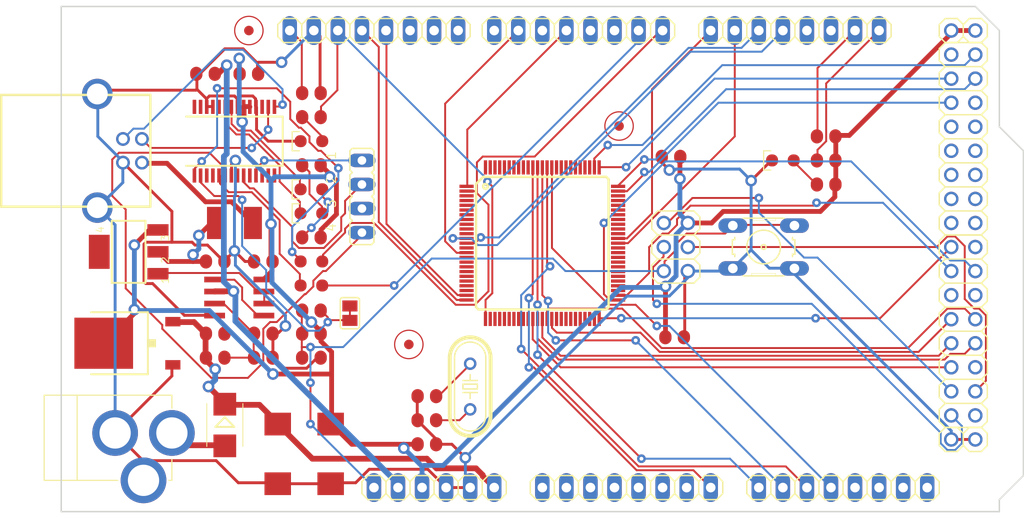
<source format=kicad_pcb>
(kicad_pcb (version 20171130) (host pcbnew "(5.1.2-1)-1")
  (layers (0 Top signal) (31 Bottom signal) (34 B.Paste user) (35 F.Paste user) (36 B.SilkS user) (37 F.SilkS user) (38 B.Mask user) (39 F.Mask user) (44 Edge.Cuts user))
  (net 0 "")
  (net 1 +5V)
  (net 2 GND)
  (net 3 N$6)
  (net 4 N$7)
  (net 5 AREF)
  (net 6 RESET)
  (net 7 VIN)
  (net 8 N$3)
  (net 9 PWRIN)
  (net 10 M8RXD)
  (net 11 M8TXD)
  (net 12 ADC0)
  (net 13 ADC2)
  (net 14 ADC1)
  (net 15 ADC3)
  (net 16 ADC4)
  (net 17 ADC5)
  (net 18 ADC6)
  (net 19 ADC7)
  (net 20 +3V3)
  (net 21 SDA)
  (net 22 SCL)
  (net 23 ADC9)
  (net 24 ADC8)
  (net 25 ADC10)
  (net 26 ADC11)
  (net 27 ADC12)
  (net 28 ADC13)
  (net 29 ADC14)
  (net 30 ADC15)
  (net 31 PB3)
  (net 32 PB2)
  (net 33 PB1)
  (net 34 PB5)
  (net 35 PB4)
  (net 36 PE5)
  (net 37 PE4)
  (net 38 PE3)
  (net 39 PE1)
  (net 40 PE0)
  (net 41 N$15)
  (net 42 N$53)
  (net 43 N$54)
  (net 44 N$55)
  (net 45 D-)
  (net 46 D+)
  (net 47 N$60)
  (net 48 DTR)
  (net 49 USBVCC)
  (net 50 N$2)
  (net 51 N$4)
  (net 52 GATE_CMD)
  (net 53 CMP)
  (net 54 PB6)
  (net 55 PH3)
  (net 56 PH4)
  (net 57 PH5)
  (net 58 PH6)
  (net 59 PG5)
  (net 60 RXD1)
  (net 61 TXD1)
  (net 62 RXD2)
  (net 63 RXD3)
  (net 64 TXD2)
  (net 65 TXD3)
  (net 66 PC0)
  (net 67 PC1)
  (net 68 PC2)
  (net 69 PC3)
  (net 70 PC4)
  (net 71 PC5)
  (net 72 PC6)
  (net 73 PC7)
  (net 74 PB0)
  (net 75 PG0)
  (net 76 PG1)
  (net 77 PG2)
  (net 78 PD7)
  (net 79 PA0)
  (net 80 PA1)
  (net 81 PA2)
  (net 82 PA3)
  (net 83 PA4)
  (net 84 PA5)
  (net 85 PA6)
  (net 86 PA7)
  (net 87 PL0)
  (net 88 PL1)
  (net 89 PL2)
  (net 90 PL3)
  (net 91 PL4)
  (net 92 PL5)
  (net 93 PL6)
  (net 94 PL7)
  (net 95 PB7)
  (net 96 CTS)
  (net 97 DSR)
  (net 98 DCD)
  (net 99 RI)
  (module "" (layer Top) (at 194.2211 129.1336)
    (fp_text reference @HOLE0 hide)
    (fp_text value "" (at 0 0) (layer F.SilkS) (effects (font (size 1.27 1.27))))
    (pad "" np_thru_hole circle (at 0 0) (size 3.2 3.2) (drill 3.2) (layers *.Cu *.Mask))
  )
  (module "" (layer Top) (at 112.9411 80.8736)
    (fp_text reference @HOLE1 hide)
    (fp_text value "" (at 0 0) (layer F.SilkS) (effects (font (size 1.27 1.27))))
    (pad "" np_thru_hole circle (at 0 0) (size 3.2 3.2) (drill 3.2) (layers *.Cu *.Mask))
  )
  (module "" (layer Top) (at 187.8711 80.8736)
    (fp_text reference @HOLE2 hide)
    (fp_text value "" (at 0 0) (layer F.SilkS) (effects (font (size 1.27 1.27))))
    (pad "" np_thru_hole circle (at 0 0) (size 3.2 3.2) (drill 3.2) (layers *.Cu *.Mask))
  )
  (module "" (layer Top) (at 112.9411 129.1336)
    (fp_text reference @HOLE3 hide)
    (fp_text value "" (at 0 0) (layer F.SilkS) (effects (font (size 1.27 1.27))))
    (pad "" np_thru_hole circle (at 0 0) (size 3.2 3.2) (drill 3.2) (layers *.Cu *.Mask))
  )
  (module 2X03 (layer Top) (at 162.5981 103.7336 270)
    (fp_text reference ICSP hide)
    (fp_text value ICSP hide)
    (pad 6 thru_hole circle (at 2.54 -1.27 270) (size 1.524 1.524) (drill 1.016) (layers *.Cu *.Mask) (net 2 GND))
    (pad 5 thru_hole circle (at 2.54 1.27 270) (size 1.524 1.524) (drill 1.016) (layers *.Cu *.Mask) (net 6 RESET))
    (pad 4 thru_hole circle (at 0 -1.27 270) (size 1.524 1.524) (drill 1.016) (layers *.Cu *.Mask) (net 32 PB2))
    (pad 3 thru_hole circle (at 0 1.27 270) (size 1.524 1.524) (drill 1.016) (layers *.Cu *.Mask) (net 33 PB1))
    (pad 2 thru_hole circle (at -2.54 -1.27 270) (size 1.524 1.524) (drill 1.016) (layers *.Cu *.Mask) (net 1 +5V))
    (pad 1 thru_hole circle (at -2.54 1.27 270) (size 1.524 1.524) (drill 1.016) (layers *.Cu *.Mask) (net 31 PB3))
  )
  (module 1X08 (layer Top) (at 152.3111 80.8736 180)
    (fp_text reference PWML hide)
    (fp_text value "")
    (pad 8 thru_hole oval (at 8.89 0 270) (size 3.048 1.524) (drill 1.016) (layers *.Cu *.Mask) (net 56 PH4))
    (pad 7 thru_hole oval (at 6.35 0 270) (size 3.048 1.524) (drill 1.016) (layers *.Cu *.Mask) (net 55 PH3))
    (pad 6 thru_hole oval (at 3.81 0 270) (size 3.048 1.524) (drill 1.016) (layers *.Cu *.Mask) (net 38 PE3))
    (pad 5 thru_hole oval (at 1.27 0 270) (size 3.048 1.524) (drill 1.016) (layers *.Cu *.Mask) (net 59 PG5))
    (pad 4 thru_hole oval (at -1.27 0 270) (size 3.048 1.524) (drill 1.016) (layers *.Cu *.Mask) (net 36 PE5))
    (pad 3 thru_hole oval (at -3.81 0 270) (size 3.048 1.524) (drill 1.016) (layers *.Cu *.Mask) (net 37 PE4))
    (pad 2 thru_hole oval (at -6.35 0 270) (size 3.048 1.524) (drill 1.016) (layers *.Cu *.Mask) (net 39 PE1))
    (pad 1 thru_hole oval (at -8.89 0 270) (size 3.048 1.524) (drill 1.016) (layers *.Cu *.Mask) (net 40 PE0))
  )
  (module 1X08 (layer Top) (at 130.7211 80.8736 180)
    (fp_text reference PWMH hide)
    (fp_text value "")
    (pad 8 thru_hole oval (at 8.89 0 270) (size 3.048 1.524) (drill 1.016) (layers *.Cu *.Mask) (net 5 AREF))
    (pad 7 thru_hole oval (at 6.35 0 270) (size 3.048 1.524) (drill 1.016) (layers *.Cu *.Mask) (net 2 GND))
    (pad 6 thru_hole oval (at 3.81 0 270) (size 3.048 1.524) (drill 1.016) (layers *.Cu *.Mask) (net 95 PB7))
    (pad 5 thru_hole oval (at 1.27 0 270) (size 3.048 1.524) (drill 1.016) (layers *.Cu *.Mask) (net 54 PB6))
    (pad 4 thru_hole oval (at -1.27 0 270) (size 3.048 1.524) (drill 1.016) (layers *.Cu *.Mask) (net 34 PB5))
    (pad 3 thru_hole oval (at -3.81 0 270) (size 3.048 1.524) (drill 1.016) (layers *.Cu *.Mask) (net 35 PB4))
    (pad 2 thru_hole oval (at -6.35 0 270) (size 3.048 1.524) (drill 1.016) (layers *.Cu *.Mask) (net 58 PH6))
    (pad 1 thru_hole oval (at -8.89 0 270) (size 3.048 1.524) (drill 1.016) (layers *.Cu *.Mask) (net 57 PH5))
  )
  (module SMC_D (layer Top) (at 120.5611 125.5776 270)
    (fp_text reference C6 hide)
    (fp_text value 100u hide)
    (pad - smd rect (at 3.15 0 90) (size 2.4 2.8) (layers Top F.Paste F.Mask) (net 2 GND))
    (pad + smd rect (at -3.15 0 270) (size 2.4 2.8) (layers Top F.Paste F.Mask) (net 7 VIN))
  )
  (module SMC_D (layer Top) (at 126.1491 125.5776 270)
    (fp_text reference C7 hide)
    (fp_text value 100u hide)
    (pad - smd rect (at 3.15 0 90) (size 2.4 2.8) (layers Top F.Paste F.Mask) (net 2 GND))
    (pad + smd rect (at -3.15 0 270) (size 2.4 2.8) (layers Top F.Paste F.Mask) (net 1 +5V))
  )
  (module B3F-10XX (layer Top) (at 171.8691 103.7336 180)
    (fp_text reference S1 hide)
    (fp_text value "")
    (pad 4 thru_hole oval (at 3.2512 2.2606 180) (size 3.048 1.524) (drill 1.016) (layers *.Cu *.Mask) (net 6 RESET))
    (pad 2 thru_hole oval (at 3.2512 -2.2606 180) (size 3.048 1.524) (drill 1.016) (layers *.Cu *.Mask) (net 2 GND))
    (pad 3 thru_hole oval (at -3.2512 2.2606 180) (size 3.048 1.524) (drill 1.016) (layers *.Cu *.Mask) (net 6 RESET))
    (pad 1 thru_hole oval (at -3.2512 -2.2606 180) (size 3.048 1.524) (drill 1.016) (layers *.Cu *.Mask) (net 2 GND))
  )
  (module 0805RND (layer Top) (at 173.9011 94.5896 180)
    (fp_text reference PWR hide)
    (fp_text value "")
    (pad P$2 smd roundrect (at 1.143 0 270) (size 1.27 1.27) (layers Top F.Paste F.Mask) (roundrect_rratio 0.45) (net 2 GND))
    (pad P$1 smd roundrect (at -1.143 0 270) (size 1.27 1.27) (layers Top F.Paste F.Mask) (roundrect_rratio 0.45) (net 8 N$3))
  )
  (module SMB (layer Top) (at 114.9731 122.5296 270)
    (fp_text reference D1 hide)
    (fp_text value "")
    (pad A smd rect (at 2.2 0 270) (size 2.4 2.4) (layers Top F.Paste F.Mask) (net 9 PWRIN))
    (pad C smd rect (at -2.2 0 270) (size 2.4 2.4) (layers Top F.Paste F.Mask) (net 7 VIN))
  )
  (module DC-21MM (layer Top) (at 103.0351 123.2916 90)
    (fp_text reference X2 hide)
    (fp_text value DC21MMX hide)
    (pad 3 thru_hole circle (at -0.0762 0.3556 90) (size 4.826 4.826) (drill 3.302) (layers *.Cu *.Mask) (net 2 GND))
    (pad 2 thru_hole circle (at -0.0762 6.35 90) (size 4.826 4.826) (drill 3.302) (layers *.Cu *.Mask) (net 9 PWRIN))
    (pad 1 thru_hole circle (at -5.08 3.3528 90) (size 4.826 4.826) (drill 3.302) (layers *.Cu *.Mask) (net 2 GND))
  )
  (module HC49_S (layer Top) (at 140.8811 118.4656 90)
    (fp_text reference Q2 hide)
    (fp_text value 16MHz hide)
    (pad 2 thru_hole circle (at 2.413 0 90) (size 1.3208 1.3208) (drill 0.8128) (layers *.Cu *.Mask) (net 4 N$7))
    (pad 1 thru_hole circle (at -2.413 0 90) (size 1.3208 1.3208) (drill 0.8128) (layers *.Cu *.Mask) (net 3 N$6))
  )
  (module FIDUCIA-MOUNT (layer Top) (at 156.6037 90.9574)
    (fp_text reference U$1 hide)
    (fp_text value FIDUCIALMOUNT hide)
    (fp_circle (center 0 0) (end 1.5 0) (layer Top) (width 0.127))
    (pad P$1 smd roundrect (at 0 0) (size 1.016 1.016) (layers Top F.Paste F.Mask) (roundrect_rratio 0.5))
  )
  (module FIDUCIA-MOUNT (layer Top) (at 134.4041 114.0206)
    (fp_text reference U$2 hide)
    (fp_text value FIDUCIALMOUNT hide)
    (fp_circle (center 0 0) (end 1.5 0) (layer Top) (width 0.127))
    (pad P$1 smd roundrect (at 0 0) (size 1.016 1.016) (layers Top F.Paste F.Mask) (roundrect_rratio 0.5))
  )
  (module FIDUCIA-MOUNT (layer Top) (at 117.5131 80.8736)
    (fp_text reference U$3 hide)
    (fp_text value FIDUCIALMOUNT hide)
    (fp_circle (center 0 0) (end 1.5 0) (layer Top) (width 0.127))
    (pad P$1 smd roundrect (at 0 0) (size 1.016 1.016) (layers Top F.Paste F.Mask) (roundrect_rratio 0.5))
  )
  (module DPACK (layer Top) (at 104.6861 113.8936 90)
    (fp_text reference IC4 hide)
    (fp_text value MC33269D-5.0 hide)
    (pad 3 smd rect (at 2.28 4.8 90) (size 1 1.6) (layers Top F.Paste F.Mask) (net 7 VIN))
    (pad 1 smd rect (at -2.28 4.8 90) (size 1 1.6) (layers Top F.Paste F.Mask) (net 2 GND))
    (pad 2 smd rect (at 0 -2.5 90) (size 5.4 6.2) (layers Top F.Paste F.Mask) (net 1 +5V))
  )
  (module 1X06 (layer Top) (at 137.0711 129.1336)
    (fp_text reference POWER hide)
    (fp_text value "")
    (pad 6 thru_hole oval (at 6.35 0 90) (size 3.048 1.524) (drill 1.016) (layers *.Cu *.Mask) (net 7 VIN))
    (pad 5 thru_hole oval (at 3.81 0 90) (size 3.048 1.524) (drill 1.016) (layers *.Cu *.Mask) (net 2 GND))
    (pad 4 thru_hole oval (at 1.27 0 90) (size 3.048 1.524) (drill 1.016) (layers *.Cu *.Mask) (net 2 GND))
    (pad 3 thru_hole oval (at -1.27 0 90) (size 3.048 1.524) (drill 1.016) (layers *.Cu *.Mask) (net 1 +5V))
    (pad 2 thru_hole oval (at -3.81 0 90) (size 3.048 1.524) (drill 1.016) (layers *.Cu *.Mask) (net 20 +3V3))
    (pad 1 thru_hole oval (at -6.35 0 90) (size 3.048 1.524) (drill 1.016) (layers *.Cu *.Mask) (net 6 RESET))
  )
  (module C0805RND (layer Top) (at 124.1171 87.4776)
    (fp_text reference C4 hide)
    (fp_text value 100n hide)
    (pad 2 smd roundrect (at 0.977 0) (size 1.3 1.5) (layers Top F.Paste F.Mask) (roundrect_rratio 0.5) (net 2 GND))
    (pad 1 smd roundrect (at -0.977 0) (size 1.3 1.5) (layers Top F.Paste F.Mask) (roundrect_rratio 0.5) (net 5 AREF))
  )
  (module C0805RND (layer Top) (at 162.4711 113.2586)
    (fp_text reference C1 hide)
    (fp_text value 100n hide)
    (pad 2 smd roundrect (at 0.977 0) (size 1.3 1.5) (layers Top F.Paste F.Mask) (roundrect_rratio 0.5) (net 2 GND))
    (pad 1 smd roundrect (at -0.977 0) (size 1.3 1.5) (layers Top F.Paste F.Mask) (roundrect_rratio 0.5) (net 1 +5V))
  )
  (module C0805RND (layer Top) (at 136.3091 122.0216)
    (fp_text reference C2 hide)
    (fp_text value 22p hide)
    (pad 2 smd roundrect (at 0.977 0) (size 1.3 1.5) (layers Top F.Paste F.Mask) (roundrect_rratio 0.5) (net 3 N$6))
    (pad 1 smd roundrect (at -0.977 0) (size 1.3 1.5) (layers Top F.Paste F.Mask) (roundrect_rratio 0.5) (net 2 GND))
  )
  (module C0805RND (layer Top) (at 136.3091 119.4816)
    (fp_text reference C3 hide)
    (fp_text value 22p hide)
    (pad 2 smd roundrect (at 0.977 0) (size 1.3 1.5) (layers Top F.Paste F.Mask) (roundrect_rratio 0.5) (net 4 N$7))
    (pad 1 smd roundrect (at -0.977 0) (size 1.3 1.5) (layers Top F.Paste F.Mask) (roundrect_rratio 0.5) (net 2 GND))
  )
  (module C0805RND (layer Top) (at 113.9571 112.8776)
    (fp_text reference C5 hide)
    (fp_text value 100n hide)
    (pad 2 smd roundrect (at 0.977 0) (size 1.3 1.5) (layers Top F.Paste F.Mask) (roundrect_rratio 0.5) (net 2 GND))
    (pad 1 smd roundrect (at -0.977 0) (size 1.3 1.5) (layers Top F.Paste F.Mask) (roundrect_rratio 0.5) (net 7 VIN))
  )
  (module RCL_0805RND (layer Top) (at 124.1171 105.2576)
    (fp_text reference R11 hide)
    (fp_text value 1K hide)
    (pad P$2 smd roundrect (at 1.143 0 90) (size 1.27 1.27) (layers Top F.Paste F.Mask) (roundrect_rratio 0.45) (net 40 PE0))
    (pad P$1 smd roundrect (at -1.143 0 90) (size 1.27 1.27) (layers Top F.Paste F.Mask) (roundrect_rratio 0.45) (net 10 M8RXD))
  )
  (module RCL_0805RND (layer Top) (at 124.1171 107.7976)
    (fp_text reference R12 hide)
    (fp_text value 1K hide)
    (pad P$2 smd roundrect (at 1.143 0 90) (size 1.27 1.27) (layers Top F.Paste F.Mask) (roundrect_rratio 0.45) (net 39 PE1))
    (pad P$1 smd roundrect (at -1.143 0 90) (size 1.27 1.27) (layers Top F.Paste F.Mask) (roundrect_rratio 0.45) (net 11 M8TXD))
  )
  (module 1X08 (layer Top) (at 157.3911 129.1336)
    (fp_text reference ADCL hide)
    (fp_text value "")
    (pad 8 thru_hole oval (at 8.89 0 90) (size 3.048 1.524) (drill 1.016) (layers *.Cu *.Mask) (net 19 ADC7))
    (pad 7 thru_hole oval (at 6.35 0 90) (size 3.048 1.524) (drill 1.016) (layers *.Cu *.Mask) (net 18 ADC6))
    (pad 6 thru_hole oval (at 3.81 0 90) (size 3.048 1.524) (drill 1.016) (layers *.Cu *.Mask) (net 17 ADC5))
    (pad 5 thru_hole oval (at 1.27 0 90) (size 3.048 1.524) (drill 1.016) (layers *.Cu *.Mask) (net 16 ADC4))
    (pad 4 thru_hole oval (at -1.27 0 90) (size 3.048 1.524) (drill 1.016) (layers *.Cu *.Mask) (net 15 ADC3))
    (pad 3 thru_hole oval (at -3.81 0 90) (size 3.048 1.524) (drill 1.016) (layers *.Cu *.Mask) (net 13 ADC2))
    (pad 2 thru_hole oval (at -6.35 0 90) (size 3.048 1.524) (drill 1.016) (layers *.Cu *.Mask) (net 14 ADC1))
    (pad 1 thru_hole oval (at -8.89 0 90) (size 3.048 1.524) (drill 1.016) (layers *.Cu *.Mask) (net 12 ADC0))
  )
  (module 1X08 (layer Top) (at 175.1711 80.8736 180)
    (fp_text reference COMMUNICATION hide)
    (fp_text value "")
    (pad 8 thru_hole oval (at 8.89 0 270) (size 3.048 1.524) (drill 1.016) (layers *.Cu *.Mask) (net 65 TXD3))
    (pad 7 thru_hole oval (at 6.35 0 270) (size 3.048 1.524) (drill 1.016) (layers *.Cu *.Mask) (net 63 RXD3))
    (pad 6 thru_hole oval (at 3.81 0 270) (size 3.048 1.524) (drill 1.016) (layers *.Cu *.Mask) (net 64 TXD2))
    (pad 5 thru_hole oval (at 1.27 0 270) (size 3.048 1.524) (drill 1.016) (layers *.Cu *.Mask) (net 62 RXD2))
    (pad 4 thru_hole oval (at -1.27 0 270) (size 3.048 1.524) (drill 1.016) (layers *.Cu *.Mask) (net 61 TXD1))
    (pad 3 thru_hole oval (at -3.81 0 270) (size 3.048 1.524) (drill 1.016) (layers *.Cu *.Mask) (net 60 RXD1))
    (pad 2 thru_hole oval (at -6.35 0 270) (size 3.048 1.524) (drill 1.016) (layers *.Cu *.Mask) (net 21 SDA))
    (pad 1 thru_hole oval (at -8.89 0 270) (size 3.048 1.524) (drill 1.016) (layers *.Cu *.Mask) (net 22 SCL))
  )
  (module R0805RND (layer Top) (at 178.4731 94.5896 180)
    (fp_text reference R2 hide)
    (fp_text value 10k hide)
    (pad 2 smd roundrect (at 0.977 0 180) (size 1.3 1.5) (layers Top F.Paste F.Mask) (roundrect_rratio 0.5) (net 22 SCL))
    (pad 1 smd roundrect (at -0.977 0 180) (size 1.3 1.5) (layers Top F.Paste F.Mask) (roundrect_rratio 0.5) (net 1 +5V))
  )
  (module R0805RND (layer Top) (at 178.4731 92.0496 180)
    (fp_text reference R3 hide)
    (fp_text value 10k hide)
    (pad 2 smd roundrect (at 0.977 0 180) (size 1.3 1.5) (layers Top F.Paste F.Mask) (roundrect_rratio 0.5) (net 21 SDA))
    (pad 1 smd roundrect (at -0.977 0 180) (size 1.3 1.5) (layers Top F.Paste F.Mask) (roundrect_rratio 0.5) (net 1 +5V))
  )
  (module TQFP100 (layer Top) (at 148.5011 103.3272)
    (fp_text reference IC2 hide)
    (fp_text value ATMEGA1280-16AU hide)
    (pad 100 smd rect (at -6 -8) (size 0.35 1.5) (layers Top F.Paste F.Mask) (net 1 +5V))
    (pad 99 smd rect (at -5.5 -8) (size 0.35 1.5) (layers Top F.Paste F.Mask) (net 2 GND))
    (pad 98 smd rect (at -5 -8) (size 0.35 1.5) (layers Top F.Paste F.Mask) (net 5 AREF))
    (pad 97 smd rect (at -4.5 -8) (size 0.35 1.5) (layers Top F.Paste F.Mask) (net 12 ADC0))
    (pad 96 smd rect (at -4 -8) (size 0.35 1.5) (layers Top F.Paste F.Mask) (net 14 ADC1))
    (pad 95 smd rect (at -3.5 -8) (size 0.35 1.5) (layers Top F.Paste F.Mask) (net 13 ADC2))
    (pad 94 smd rect (at -3 -8) (size 0.35 1.5) (layers Top F.Paste F.Mask) (net 15 ADC3))
    (pad 93 smd rect (at -2.5 -8) (size 0.35 1.5) (layers Top F.Paste F.Mask) (net 16 ADC4))
    (pad 92 smd rect (at -2 -8) (size 0.35 1.5) (layers Top F.Paste F.Mask) (net 17 ADC5))
    (pad 91 smd rect (at -1.5 -8) (size 0.35 1.5) (layers Top F.Paste F.Mask) (net 18 ADC6))
    (pad 90 smd rect (at -1 -8) (size 0.35 1.5) (layers Top F.Paste F.Mask) (net 19 ADC7))
    (pad 89 smd rect (at -0.5 -8) (size 0.35 1.5) (layers Top F.Paste F.Mask) (net 24 ADC8))
    (pad 88 smd rect (at 0 -8) (size 0.35 1.5) (layers Top F.Paste F.Mask) (net 23 ADC9))
    (pad 87 smd rect (at 0.5 -8) (size 0.35 1.5) (layers Top F.Paste F.Mask) (net 25 ADC10))
    (pad 86 smd rect (at 1 -8) (size 0.35 1.5) (layers Top F.Paste F.Mask) (net 26 ADC11))
    (pad 85 smd rect (at 1.5 -8) (size 0.35 1.5) (layers Top F.Paste F.Mask) (net 27 ADC12))
    (pad 84 smd rect (at 2 -8) (size 0.35 1.5) (layers Top F.Paste F.Mask) (net 28 ADC13))
    (pad 83 smd rect (at 2.5 -8) (size 0.35 1.5) (layers Top F.Paste F.Mask) (net 29 ADC14))
    (pad 82 smd rect (at 3 -8) (size 0.35 1.5) (layers Top F.Paste F.Mask) (net 30 ADC15))
    (pad 81 smd rect (at 3.5 -8) (size 0.35 1.5) (layers Top F.Paste F.Mask) (net 2 GND))
    (pad 80 smd rect (at 4 -8) (size 0.35 1.5) (layers Top F.Paste F.Mask) (net 1 +5V))
    (pad 79 smd rect (at 4.5 -8) (size 0.35 1.5) (layers Top F.Paste F.Mask))
    (pad 78 smd rect (at 5 -8) (size 0.35 1.5) (layers Top F.Paste F.Mask) (net 79 PA0))
    (pad 77 smd rect (at 5.5 -8) (size 0.35 1.5) (layers Top F.Paste F.Mask) (net 80 PA1))
    (pad 76 smd rect (at 6 -8) (size 0.35 1.5) (layers Top F.Paste F.Mask) (net 81 PA2))
    (pad 75 smd rect (at 8 -6) (size 1.5 0.35) (layers Top F.Paste F.Mask) (net 82 PA3))
    (pad 74 smd rect (at 8 -5.5) (size 1.5 0.35) (layers Top F.Paste F.Mask) (net 83 PA4))
    (pad 73 smd rect (at 8 -5) (size 1.5 0.35) (layers Top F.Paste F.Mask) (net 84 PA5))
    (pad 72 smd rect (at 8 -4.5) (size 1.5 0.35) (layers Top F.Paste F.Mask) (net 85 PA6))
    (pad 71 smd rect (at 8 -4) (size 1.5 0.35) (layers Top F.Paste F.Mask) (net 86 PA7))
    (pad 70 smd rect (at 8 -3.5) (size 1.5 0.35) (layers Top F.Paste F.Mask) (net 77 PG2))
    (pad 69 smd rect (at 8 -3) (size 1.5 0.35) (layers Top F.Paste F.Mask))
    (pad 68 smd rect (at 8 -2.5) (size 1.5 0.35) (layers Top F.Paste F.Mask))
    (pad 67 smd rect (at 8 -2) (size 1.5 0.35) (layers Top F.Paste F.Mask))
    (pad 66 smd rect (at 8 -1.5) (size 1.5 0.35) (layers Top F.Paste F.Mask))
    (pad 65 smd rect (at 8 -1) (size 1.5 0.35) (layers Top F.Paste F.Mask))
    (pad 64 smd rect (at 8 -0.5) (size 1.5 0.35) (layers Top F.Paste F.Mask) (net 65 TXD3))
    (pad 63 smd rect (at 8 0) (size 1.5 0.35) (layers Top F.Paste F.Mask) (net 63 RXD3))
    (pad 62 smd rect (at 8 0.5) (size 1.5 0.35) (layers Top F.Paste F.Mask) (net 2 GND))
    (pad 61 smd rect (at 8 1) (size 1.5 0.35) (layers Top F.Paste F.Mask) (net 1 +5V))
    (pad 60 smd rect (at 8 1.5) (size 1.5 0.35) (layers Top F.Paste F.Mask) (net 73 PC7))
    (pad 59 smd rect (at 8 2) (size 1.5 0.35) (layers Top F.Paste F.Mask) (net 72 PC6))
    (pad 58 smd rect (at 8 2.5) (size 1.5 0.35) (layers Top F.Paste F.Mask) (net 71 PC5))
    (pad 57 smd rect (at 8 3) (size 1.5 0.35) (layers Top F.Paste F.Mask) (net 70 PC4))
    (pad 56 smd rect (at 8 3.5) (size 1.5 0.35) (layers Top F.Paste F.Mask) (net 69 PC3))
    (pad 55 smd rect (at 8 4) (size 1.5 0.35) (layers Top F.Paste F.Mask) (net 68 PC2))
    (pad 54 smd rect (at 8 4.5) (size 1.5 0.35) (layers Top F.Paste F.Mask) (net 67 PC1))
    (pad 53 smd rect (at 8 5) (size 1.5 0.35) (layers Top F.Paste F.Mask) (net 66 PC0))
    (pad 52 smd rect (at 8 5.5) (size 1.5 0.35) (layers Top F.Paste F.Mask) (net 76 PG1))
    (pad 51 smd rect (at 8 6) (size 1.5 0.35) (layers Top F.Paste F.Mask) (net 75 PG0))
    (pad 50 smd rect (at 6 8) (size 0.35 1.5) (layers Top F.Paste F.Mask) (net 78 PD7))
    (pad 49 smd rect (at 5.5 8) (size 0.35 1.5) (layers Top F.Paste F.Mask))
    (pad 48 smd rect (at 5 8) (size 0.35 1.5) (layers Top F.Paste F.Mask))
    (pad 47 smd rect (at 4.5 8) (size 0.35 1.5) (layers Top F.Paste F.Mask))
    (pad 46 smd rect (at 4 8) (size 0.35 1.5) (layers Top F.Paste F.Mask) (net 61 TXD1))
    (pad 45 smd rect (at 3.5 8) (size 0.35 1.5) (layers Top F.Paste F.Mask) (net 60 RXD1))
    (pad 44 smd rect (at 3 8) (size 0.35 1.5) (layers Top F.Paste F.Mask) (net 21 SDA))
    (pad 43 smd rect (at 2.5 8) (size 0.35 1.5) (layers Top F.Paste F.Mask) (net 22 SCL))
    (pad 42 smd rect (at 2 8) (size 0.35 1.5) (layers Top F.Paste F.Mask) (net 94 PL7))
    (pad 41 smd rect (at 1.5 8) (size 0.35 1.5) (layers Top F.Paste F.Mask) (net 93 PL6))
    (pad 40 smd rect (at 1 8) (size 0.35 1.5) (layers Top F.Paste F.Mask) (net 92 PL5))
    (pad 39 smd rect (at 0.5 8) (size 0.35 1.5) (layers Top F.Paste F.Mask) (net 91 PL4))
    (pad 38 smd rect (at 0 8) (size 0.35 1.5) (layers Top F.Paste F.Mask) (net 90 PL3))
    (pad 37 smd rect (at -0.5 8) (size 0.35 1.5) (layers Top F.Paste F.Mask) (net 89 PL2))
    (pad 36 smd rect (at -1 8) (size 0.35 1.5) (layers Top F.Paste F.Mask) (net 88 PL1))
    (pad 35 smd rect (at -1.5 8) (size 0.35 1.5) (layers Top F.Paste F.Mask) (net 87 PL0))
    (pad 34 smd rect (at -2 8) (size 0.35 1.5) (layers Top F.Paste F.Mask) (net 3 N$6))
    (pad 33 smd rect (at -2.5 8) (size 0.35 1.5) (layers Top F.Paste F.Mask) (net 4 N$7))
    (pad 32 smd rect (at -3 8) (size 0.35 1.5) (layers Top F.Paste F.Mask) (net 2 GND))
    (pad 31 smd rect (at -3.5 8) (size 0.35 1.5) (layers Top F.Paste F.Mask) (net 1 +5V))
    (pad 30 smd rect (at -4 8) (size 0.35 1.5) (layers Top F.Paste F.Mask) (net 6 RESET))
    (pad 29 smd rect (at -4.5 8) (size 0.35 1.5) (layers Top F.Paste F.Mask))
    (pad 28 smd rect (at -5 8) (size 0.35 1.5) (layers Top F.Paste F.Mask))
    (pad 27 smd rect (at -5.5 8) (size 0.35 1.5) (layers Top F.Paste F.Mask))
    (pad 26 smd rect (at -6 8) (size 0.35 1.5) (layers Top F.Paste F.Mask) (net 95 PB7))
    (pad 25 smd rect (at -8 6) (size 1.5 0.35) (layers Top F.Paste F.Mask) (net 54 PB6))
    (pad 24 smd rect (at -8 5.5) (size 1.5 0.35) (layers Top F.Paste F.Mask) (net 34 PB5))
    (pad 23 smd rect (at -8 5) (size 1.5 0.35) (layers Top F.Paste F.Mask) (net 35 PB4))
    (pad 22 smd rect (at -8 4.5) (size 1.5 0.35) (layers Top F.Paste F.Mask) (net 31 PB3))
    (pad 21 smd rect (at -8 4) (size 1.5 0.35) (layers Top F.Paste F.Mask) (net 32 PB2))
    (pad 20 smd rect (at -8 3.5) (size 1.5 0.35) (layers Top F.Paste F.Mask) (net 33 PB1))
    (pad 19 smd rect (at -8 3) (size 1.5 0.35) (layers Top F.Paste F.Mask) (net 74 PB0))
    (pad 18 smd rect (at -8 2.5) (size 1.5 0.35) (layers Top F.Paste F.Mask) (net 58 PH6))
    (pad 17 smd rect (at -8 2) (size 1.5 0.35) (layers Top F.Paste F.Mask) (net 57 PH5))
    (pad 16 smd rect (at -8 1.5) (size 1.5 0.35) (layers Top F.Paste F.Mask) (net 56 PH4))
    (pad 15 smd rect (at -8 1) (size 1.5 0.35) (layers Top F.Paste F.Mask) (net 55 PH3))
    (pad 14 smd rect (at -8 0.5) (size 1.5 0.35) (layers Top F.Paste F.Mask))
    (pad 13 smd rect (at -8 0) (size 1.5 0.35) (layers Top F.Paste F.Mask) (net 64 TXD2))
    (pad 12 smd rect (at -8 -0.5) (size 1.5 0.35) (layers Top F.Paste F.Mask) (net 62 RXD2))
    (pad 11 smd rect (at -8 -1) (size 1.5 0.35) (layers Top F.Paste F.Mask) (net 2 GND))
    (pad 10 smd rect (at -8 -1.5) (size 1.5 0.35) (layers Top F.Paste F.Mask) (net 1 +5V))
    (pad 9 smd rect (at -8 -2) (size 1.5 0.35) (layers Top F.Paste F.Mask))
    (pad 8 smd rect (at -8 -2.5) (size 1.5 0.35) (layers Top F.Paste F.Mask))
    (pad 7 smd rect (at -8 -3) (size 1.5 0.35) (layers Top F.Paste F.Mask) (net 36 PE5))
    (pad 6 smd rect (at -8 -3.5) (size 1.5 0.35) (layers Top F.Paste F.Mask) (net 37 PE4))
    (pad 5 smd rect (at -8 -4) (size 1.5 0.35) (layers Top F.Paste F.Mask) (net 38 PE3))
    (pad 4 smd rect (at -8 -4.5) (size 1.5 0.35) (layers Top F.Paste F.Mask))
    (pad 3 smd rect (at -8 -5) (size 1.5 0.35) (layers Top F.Paste F.Mask) (net 39 PE1))
    (pad 2 smd rect (at -8 -5.5) (size 1.5 0.35) (layers Top F.Paste F.Mask) (net 40 PE0))
    (pad 1 smd rect (at -8 -6) (size 1.5 0.35) (layers Top F.Paste F.Mask) (net 59 PG5))
  )
  (module C0805RND (layer Top) (at 162.0901 94.2086 180)
    (fp_text reference C9 hide)
    (fp_text value 100n hide)
    (pad 2 smd roundrect (at 0.977 0 180) (size 1.3 1.5) (layers Top F.Paste F.Mask) (roundrect_rratio 0.5) (net 2 GND))
    (pad 1 smd roundrect (at -0.977 0 180) (size 1.3 1.5) (layers Top F.Paste F.Mask) (roundrect_rratio 0.5) (net 1 +5V))
  )
  (module C0805RND (layer Top) (at 136.3091 124.5616)
    (fp_text reference C10 hide)
    (fp_text value 100n hide)
    (pad 2 smd roundrect (at 0.977 0) (size 1.3 1.5) (layers Top F.Paste F.Mask) (roundrect_rratio 0.5) (net 2 GND))
    (pad 1 smd roundrect (at -0.977 0) (size 1.3 1.5) (layers Top F.Paste F.Mask) (roundrect_rratio 0.5) (net 1 +5V))
  )
  (module 1X08 (layer Top) (at 180.2511 129.1336)
    (fp_text reference ADCH hide)
    (fp_text value "")
    (pad 8 thru_hole oval (at 8.89 0 90) (size 3.048 1.524) (drill 1.016) (layers *.Cu *.Mask) (net 30 ADC15))
    (pad 7 thru_hole oval (at 6.35 0 90) (size 3.048 1.524) (drill 1.016) (layers *.Cu *.Mask) (net 29 ADC14))
    (pad 6 thru_hole oval (at 3.81 0 90) (size 3.048 1.524) (drill 1.016) (layers *.Cu *.Mask) (net 28 ADC13))
    (pad 5 thru_hole oval (at 1.27 0 90) (size 3.048 1.524) (drill 1.016) (layers *.Cu *.Mask) (net 27 ADC12))
    (pad 4 thru_hole oval (at -1.27 0 90) (size 3.048 1.524) (drill 1.016) (layers *.Cu *.Mask) (net 26 ADC11))
    (pad 3 thru_hole oval (at -3.81 0 90) (size 3.048 1.524) (drill 1.016) (layers *.Cu *.Mask) (net 25 ADC10))
    (pad 2 thru_hole oval (at -6.35 0 90) (size 3.048 1.524) (drill 1.016) (layers *.Cu *.Mask) (net 23 ADC9))
    (pad 1 thru_hole oval (at -8.89 0 90) (size 3.048 1.524) (drill 1.016) (layers *.Cu *.Mask) (net 24 ADC8))
  )
  (module R0805RND (layer Top) (at 124.1171 112.8776)
    (fp_text reference R5 hide)
    (fp_text value 10K hide)
    (pad 2 smd roundrect (at 0.977 0) (size 1.3 1.5) (layers Top F.Paste F.Mask) (roundrect_rratio 0.5) (net 1 +5V))
    (pad 1 smd roundrect (at -0.977 0) (size 1.3 1.5) (layers Top F.Paste F.Mask) (roundrect_rratio 0.5) (net 6 RESET))
  )
  (module C0805RND (layer Top) (at 124.1171 115.4176)
    (fp_text reference C11 hide)
    (fp_text value 22p hide)
    (pad 2 smd roundrect (at 0.977 0) (size 1.3 1.5) (layers Top F.Paste F.Mask) (roundrect_rratio 0.5) (net 2 GND))
    (pad 1 smd roundrect (at -0.977 0) (size 1.3 1.5) (layers Top F.Paste F.Mask) (roundrect_rratio 0.5) (net 6 RESET))
  )
  (module C0805RND (layer Top) (at 113.9571 105.2576)
    (fp_text reference C14 hide)
    (fp_text value 100n hide)
    (pad 2 smd roundrect (at 0.977 0) (size 1.3 1.5) (layers Top F.Paste F.Mask) (roundrect_rratio 0.5) (net 2 GND))
    (pad 1 smd roundrect (at -0.977 0) (size 1.3 1.5) (layers Top F.Paste F.Mask) (roundrect_rratio 0.5) (net 49 USBVCC))
  )
  (module C0805RND (layer Top) (at 112.9411 85.4456)
    (fp_text reference C15 hide)
    (fp_text value 100n hide)
    (pad 2 smd roundrect (at 0.977 0) (size 1.3 1.5) (layers Top F.Paste F.Mask) (roundrect_rratio 0.5) (net 20 +3V3))
    (pad 1 smd roundrect (at -0.977 0) (size 1.3 1.5) (layers Top F.Paste F.Mask) (roundrect_rratio 0.5) (net 2 GND))
  )
  (module 0805RND (layer Top) (at 124.1171 100.1776 180)
    (fp_text reference RX hide)
    (fp_text value "")
    (pad P$2 smd roundrect (at 1.143 0 270) (size 1.27 1.27) (layers Top F.Paste F.Mask) (roundrect_rratio 0.45) (net 41 N$15))
    (pad P$1 smd roundrect (at -1.143 0 270) (size 1.27 1.27) (layers Top F.Paste F.Mask) (roundrect_rratio 0.45) (net 43 N$54))
  )
  (module 0805RND (layer Top) (at 124.1171 97.6376 180)
    (fp_text reference TX hide)
    (fp_text value "")
    (pad P$2 smd roundrect (at 1.143 0 270) (size 1.27 1.27) (layers Top F.Paste F.Mask) (roundrect_rratio 0.45) (net 42 N$53))
    (pad P$1 smd roundrect (at -1.143 0 270) (size 1.27 1.27) (layers Top F.Paste F.Mask) (roundrect_rratio 0.45) (net 44 N$55))
  )
  (module R0805RND (layer Top) (at 124.1171 95.0976)
    (fp_text reference R7 hide)
    (fp_text value 1k hide)
    (pad 2 smd roundrect (at 0.977 0) (size 1.3 1.5) (layers Top F.Paste F.Mask) (roundrect_rratio 0.5) (net 1 +5V))
    (pad 1 smd roundrect (at -0.977 0) (size 1.3 1.5) (layers Top F.Paste F.Mask) (roundrect_rratio 0.5) (net 43 N$54))
  )
  (module R0805RND (layer Top) (at 124.1171 102.7176)
    (fp_text reference R9 hide)
    (fp_text value 1k hide)
    (pad 2 smd roundrect (at 0.977 0) (size 1.3 1.5) (layers Top F.Paste F.Mask) (roundrect_rratio 0.5) (net 1 +5V))
    (pad 1 smd roundrect (at -0.977 0) (size 1.3 1.5) (layers Top F.Paste F.Mask) (roundrect_rratio 0.5) (net 44 N$55))
  )
  (module SSOP28 (layer Top) (at 115.9891 92.5576)
    (fp_text reference IC6 hide)
    (fp_text value FT232RL hide)
    (pad 28 smd roundrect (at -4.225 -3.625) (size 0.381 1.4986) (layers Top F.Paste F.Mask) (roundrect_rratio 0.1))
    (pad 27 smd roundrect (at -3.575 -3.625) (size 0.381 1.4986) (layers Top F.Paste F.Mask) (roundrect_rratio 0.1))
    (pad 26 smd roundrect (at -2.925 -3.625) (size 0.381 1.4986) (layers Top F.Paste F.Mask) (roundrect_rratio 0.1) (net 2 GND))
    (pad 25 smd roundrect (at -2.275 -3.625) (size 0.381 1.4986) (layers Top F.Paste F.Mask) (roundrect_rratio 0.1) (net 2 GND))
    (pad 24 smd roundrect (at -1.625 -3.625) (size 0.381 1.4986) (layers Top F.Paste F.Mask) (roundrect_rratio 0.1))
    (pad 23 smd roundrect (at -0.975 -3.625) (size 0.381 1.4986) (layers Top F.Paste F.Mask) (roundrect_rratio 0.1) (net 41 N$15))
    (pad 22 smd roundrect (at -0.325 -3.625) (size 0.381 1.4986) (layers Top F.Paste F.Mask) (roundrect_rratio 0.1) (net 42 N$53))
    (pad 21 smd roundrect (at 0.325 -3.625) (size 0.381 1.4986) (layers Top F.Paste F.Mask) (roundrect_rratio 0.1) (net 2 GND))
    (pad 20 smd roundrect (at 0.975 -3.625) (size 0.381 1.4986) (layers Top F.Paste F.Mask) (roundrect_rratio 0.1) (net 1 +5V))
    (pad 19 smd roundrect (at 1.625 -3.625) (size 0.381 1.4986) (layers Top F.Paste F.Mask) (roundrect_rratio 0.1) (net 1 +5V))
    (pad 18 smd roundrect (at 2.275 -3.625) (size 0.381 1.4986) (layers Top F.Paste F.Mask) (roundrect_rratio 0.1) (net 2 GND))
    (pad 17 smd roundrect (at 2.925 -3.625) (size 0.381 1.4986) (layers Top F.Paste F.Mask) (roundrect_rratio 0.1) (net 20 +3V3))
    (pad 16 smd roundrect (at 3.575 -3.625) (size 0.381 1.4986) (layers Top F.Paste F.Mask) (roundrect_rratio 0.1) (net 45 D-))
    (pad 15 smd roundrect (at 4.225 -3.625) (size 0.381 1.4986) (layers Top F.Paste F.Mask) (roundrect_rratio 0.1) (net 46 D+))
    (pad 14 smd roundrect (at 4.225 3.625) (size 0.381 1.4986) (layers Top F.Paste F.Mask) (roundrect_rratio 0.1))
    (pad 13 smd roundrect (at 3.575 3.625) (size 0.381 1.4986) (layers Top F.Paste F.Mask) (roundrect_rratio 0.1))
    (pad 12 smd roundrect (at 2.925 3.625) (size 0.381 1.4986) (layers Top F.Paste F.Mask) (roundrect_rratio 0.1))
    (pad 11 smd roundrect (at 2.275 3.625) (size 0.381 1.4986) (layers Top F.Paste F.Mask) (roundrect_rratio 0.1) (net 96 CTS))
    (pad 10 smd roundrect (at 1.625 3.625) (size 0.381 1.4986) (layers Top F.Paste F.Mask) (roundrect_rratio 0.1) (net 98 DCD))
    (pad 9 smd roundrect (at 0.975 3.625) (size 0.381 1.4986) (layers Top F.Paste F.Mask) (roundrect_rratio 0.1) (net 97 DSR))
    (pad 8 smd roundrect (at 0.325 3.625) (size 0.381 1.4986) (layers Top F.Paste F.Mask) (roundrect_rratio 0.1))
    (pad 7 smd roundrect (at -0.325 3.625) (size 0.381 1.4986) (layers Top F.Paste F.Mask) (roundrect_rratio 0.1) (net 2 GND))
    (pad 6 smd roundrect (at -0.975 3.625) (size 0.381 1.4986) (layers Top F.Paste F.Mask) (roundrect_rratio 0.1) (net 99 RI))
    (pad 5 smd roundrect (at -1.625 3.625) (size 0.381 1.4986) (layers Top F.Paste F.Mask) (roundrect_rratio 0.1) (net 11 M8TXD))
    (pad 4 smd roundrect (at -2.275 3.625) (size 0.381 1.4986) (layers Top F.Paste F.Mask) (roundrect_rratio 0.1) (net 1 +5V))
    (pad 3 smd roundrect (at -2.925 3.625) (size 0.381 1.4986) (layers Top F.Paste F.Mask) (roundrect_rratio 0.1))
    (pad 2 smd roundrect (at -3.575 3.625) (size 0.381 1.4986) (layers Top F.Paste F.Mask) (roundrect_rratio 0.1) (net 48 DTR))
    (pad 1 smd roundrect (at -4.225 3.625) (size 0.381 1.4986) (layers Top F.Paste F.Mask) (roundrect_rratio 0.1) (net 10 M8RXD))
  )
  (module PN61729 (layer Top) (at 101.5111 93.5736 270)
    (fp_text reference X4 hide)
    (fp_text value "")
    (pad P$2 thru_hole circle (at 6 0 270) (size 3.216 3.216) (drill 2.2) (layers *.Cu *.Mask) (net 2 GND))
    (pad P$1 thru_hole circle (at -6 0 270) (size 3.216 3.216) (drill 2.2) (layers *.Cu *.Mask) (net 2 GND))
    (pad 4 thru_hole circle (at 1.25 -2.71 270) (size 1.458 1.458) (drill 0.95) (layers *.Cu *.Mask) (net 2 GND))
    (pad 3 thru_hole circle (at -1.25 -2.71 270) (size 1.458 1.458) (drill 0.95) (layers *.Cu *.Mask) (net 46 D+))
    (pad 2 thru_hole circle (at -1.25 -4.71 270) (size 1.458 1.458) (drill 0.95) (layers *.Cu *.Mask) (net 45 D-))
    (pad 1 thru_hole circle (at 1.25 -4.71 270) (size 1.458 1.458) (drill 0.95) (layers *.Cu *.Mask) (net 47 N$60))
  )
  (module L1812 (layer Top) (at 115.9891 101.1936)
    (fp_text reference F1 hide)
    (fp_text value 500mA hide)
    (pad 2 smd rect (at 1.95 0) (size 1.9 3.4) (layers Top F.Paste F.Mask) (net 47 N$60))
    (pad 1 smd rect (at -1.95 0) (size 1.9 3.4) (layers Top F.Paste F.Mask) (net 49 USBVCC))
  )
  (module C0805RND (layer Top) (at 117.5131 85.4456)
    (fp_text reference C16 hide)
    (fp_text value 100n hide)
    (pad 2 smd roundrect (at 0.977 0) (size 1.3 1.5) (layers Top F.Paste F.Mask) (roundrect_rratio 0.5) (net 2 GND))
    (pad 1 smd roundrect (at -0.977 0) (size 1.3 1.5) (layers Top F.Paste F.Mask) (roundrect_rratio 0.5) (net 1 +5V))
  )
  (module 0805RND (layer Top) (at 124.1171 92.5576 180)
    (fp_text reference L hide)
    (fp_text value "")
    (pad P$2 smd roundrect (at 1.143 0 270) (size 1.27 1.27) (layers Top F.Paste F.Mask) (roundrect_rratio 0.45) (net 2 GND))
    (pad P$1 smd roundrect (at -1.143 0 270) (size 1.27 1.27) (layers Top F.Paste F.Mask) (roundrect_rratio 0.45) (net 50 N$2))
  )
  (module R0805RND (layer Top) (at 124.1171 90.0176 180)
    (fp_text reference R1 hide)
    (fp_text value 1K hide)
    (pad 2 smd roundrect (at 0.977 0 180) (size 1.3 1.5) (layers Top F.Paste F.Mask) (roundrect_rratio 0.5) (net 50 N$2))
    (pad 1 smd roundrect (at -0.977 0 180) (size 1.3 1.5) (layers Top F.Paste F.Mask) (roundrect_rratio 0.5) (net 95 PB7))
  )
  (module C0805RND (layer Top) (at 124.1171 110.4392 180)
    (fp_text reference C12 hide)
    (fp_text value 100n hide)
    (pad 2 smd roundrect (at 0.977 0 180) (size 1.3 1.5) (layers Top F.Paste F.Mask) (roundrect_rratio 0.5) (net 6 RESET))
    (pad 1 smd roundrect (at -0.977 0 180) (size 1.3 1.5) (layers Top F.Paste F.Mask) (roundrect_rratio 0.5) (net 48 DTR))
  )
  (module SOT223 (layer Top) (at 104.8131 104.2416 90)
    (fp_text reference T1 hide)
    (fp_text value NDT2955 hide)
    (fp_text user 2 (at -1.2906 4.3274 90) (layer F.SilkS) (effects (font (size 0.77216 0.77216) (thickness 0.097536)) (justify left bottom)))
    (fp_text user 1 (at -3.4526 4.318 90) (layer F.SilkS) (effects (font (size 0.77216 0.77216) (thickness 0.097536)) (justify left bottom)))
    (fp_text user 4 (at 1.905 -2.54 90) (layer F.SilkS) (effects (font (size 0.77216 0.77216) (thickness 0.097536)) (justify left bottom)))
    (fp_text user 3 (at 1.0208 4.318 90) (layer F.SilkS) (effects (font (size 0.77216 0.77216) (thickness 0.097536)) (justify left bottom)))
    (pad 4 smd rect (at 0 -3.099 90) (size 3.6 2.2) (layers Top F.Paste F.Mask))
    (pad 3 smd rect (at 2.3114 3.0988 90) (size 1.2192 2.2352) (layers Top F.Paste F.Mask) (net 1 +5V))
    (pad 2 smd rect (at 0 3.0988 90) (size 1.2192 2.2352) (layers Top F.Paste F.Mask) (net 49 USBVCC))
    (pad 1 smd rect (at -2.3114 3.0988 90) (size 1.2192 2.2352) (layers Top F.Paste F.Mask) (net 52 GATE_CMD))
  )
  (module SO08 (layer Top) (at 116.4971 109.0676 270)
    (fp_text reference IC7 hide)
    (fp_text value LM358D hide)
    (pad 5 smd rect (at 1.905 -2.6 270) (size 0.6 2.2) (layers Top F.Paste F.Mask) (net 51 N$4))
    (pad 6 smd rect (at 0.635 -2.6 270) (size 0.6 2.2) (layers Top F.Paste F.Mask) (net 52 GATE_CMD))
    (pad 8 smd rect (at -1.905 -2.6 270) (size 0.6 2.2) (layers Top F.Paste F.Mask) (net 1 +5V))
    (pad 4 smd rect (at 1.905 2.6 270) (size 0.6 2.2) (layers Top F.Paste F.Mask) (net 2 GND))
    (pad 3 smd rect (at 0.635 2.6 270) (size 0.6 2.2) (layers Top F.Paste F.Mask) (net 53 CMP))
    (pad 1 smd rect (at -1.905 2.6 270) (size 0.6 2.2) (layers Top F.Paste F.Mask) (net 51 N$4))
    (pad 7 smd rect (at -0.635 -2.6 270) (size 0.6 2.2) (layers Top F.Paste F.Mask) (net 52 GATE_CMD))
    (pad 2 smd rect (at -0.635 2.6 270) (size 0.6 2.2) (layers Top F.Paste F.Mask) (net 20 +3V3))
  )
  (module R0805RND (layer Top) (at 113.9571 115.4176 180)
    (fp_text reference R10 hide)
    (fp_text value 10k hide)
    (pad 2 smd roundrect (at 0.977 0 180) (size 1.3 1.5) (layers Top F.Paste F.Mask) (roundrect_rratio 0.5) (net 7 VIN))
    (pad 1 smd roundrect (at -0.977 0 180) (size 1.3 1.5) (layers Top F.Paste F.Mask) (roundrect_rratio 0.5) (net 53 CMP))
  )
  (module R0805RND (layer Top) (at 119.0371 112.8776 180)
    (fp_text reference R6 hide)
    (fp_text value 10k hide)
    (pad 2 smd roundrect (at 0.977 0 180) (size 1.3 1.5) (layers Top F.Paste F.Mask) (roundrect_rratio 0.5) (net 53 CMP))
    (pad 1 smd roundrect (at -0.977 0 180) (size 1.3 1.5) (layers Top F.Paste F.Mask) (roundrect_rratio 0.5) (net 2 GND))
  )
  (module C0805RND (layer Top) (at 119.0371 115.4176 180)
    (fp_text reference C13 hide)
    (fp_text value 100n hide)
    (pad 2 smd roundrect (at 0.977 0 180) (size 1.3 1.5) (layers Top F.Paste F.Mask) (roundrect_rratio 0.5) (net 53 CMP))
    (pad 1 smd roundrect (at -0.977 0 180) (size 1.3 1.5) (layers Top F.Paste F.Mask) (roundrect_rratio 0.5) (net 2 GND))
  )
  (module C0805RND (layer Top) (at 119.0371 105.2576)
    (fp_text reference C17 hide)
    (fp_text value 100n hide)
    (pad 2 smd roundrect (at 0.977 0) (size 1.3 1.5) (layers Top F.Paste F.Mask) (roundrect_rratio 0.5) (net 1 +5V))
    (pad 1 smd roundrect (at -0.977 0) (size 1.3 1.5) (layers Top F.Paste F.Mask) (roundrect_rratio 0.5) (net 2 GND))
  )
  (module 2X08 (layer Top) (at 192.9511 92.3036 90)
    (fp_text reference JP1 hide)
    (fp_text value "")
    (pad 16 thru_hole circle (at 8.89 -1.27 90) (size 1.524 1.524) (drill 1.016) (layers *.Cu *.Mask) (net 79 PA0))
    (pad 15 thru_hole circle (at 8.89 1.27 90) (size 1.524 1.524) (drill 1.016) (layers *.Cu *.Mask) (net 80 PA1))
    (pad 14 thru_hole circle (at 6.35 -1.27 90) (size 1.524 1.524) (drill 1.016) (layers *.Cu *.Mask) (net 81 PA2))
    (pad 13 thru_hole circle (at 6.35 1.27 90) (size 1.524 1.524) (drill 1.016) (layers *.Cu *.Mask) (net 82 PA3))
    (pad 12 thru_hole circle (at 3.81 -1.27 90) (size 1.524 1.524) (drill 1.016) (layers *.Cu *.Mask) (net 83 PA4))
    (pad 11 thru_hole circle (at 3.81 1.27 90) (size 1.524 1.524) (drill 1.016) (layers *.Cu *.Mask) (net 84 PA5))
    (pad 10 thru_hole circle (at 1.27 -1.27 90) (size 1.524 1.524) (drill 1.016) (layers *.Cu *.Mask) (net 85 PA6))
    (pad 9 thru_hole circle (at 1.27 1.27 90) (size 1.524 1.524) (drill 1.016) (layers *.Cu *.Mask) (net 86 PA7))
    (pad 8 thru_hole circle (at -1.27 -1.27 90) (size 1.524 1.524) (drill 1.016) (layers *.Cu *.Mask) (net 73 PC7))
    (pad 7 thru_hole circle (at -1.27 1.27 90) (size 1.524 1.524) (drill 1.016) (layers *.Cu *.Mask) (net 72 PC6))
    (pad 6 thru_hole circle (at -3.81 -1.27 90) (size 1.524 1.524) (drill 1.016) (layers *.Cu *.Mask) (net 71 PC5))
    (pad 5 thru_hole circle (at -3.81 1.27 90) (size 1.524 1.524) (drill 1.016) (layers *.Cu *.Mask) (net 70 PC4))
    (pad 4 thru_hole circle (at -6.35 -1.27 90) (size 1.524 1.524) (drill 1.016) (layers *.Cu *.Mask) (net 69 PC3))
    (pad 3 thru_hole circle (at -6.35 1.27 90) (size 1.524 1.524) (drill 1.016) (layers *.Cu *.Mask) (net 68 PC2))
    (pad 2 thru_hole circle (at -8.89 -1.27 90) (size 1.524 1.524) (drill 1.016) (layers *.Cu *.Mask) (net 67 PC1))
    (pad 1 thru_hole circle (at -8.89 1.27 90) (size 1.524 1.524) (drill 1.016) (layers *.Cu *.Mask) (net 66 PC0))
  )
  (module 2X08 (layer Top) (at 192.9511 112.6236 90)
    (fp_text reference JP2 hide)
    (fp_text value "")
    (pad 16 thru_hole circle (at 8.89 -1.27 90) (size 1.524 1.524) (drill 1.016) (layers *.Cu *.Mask) (net 78 PD7))
    (pad 15 thru_hole circle (at 8.89 1.27 90) (size 1.524 1.524) (drill 1.016) (layers *.Cu *.Mask) (net 77 PG2))
    (pad 14 thru_hole circle (at 6.35 -1.27 90) (size 1.524 1.524) (drill 1.016) (layers *.Cu *.Mask) (net 76 PG1))
    (pad 13 thru_hole circle (at 6.35 1.27 90) (size 1.524 1.524) (drill 1.016) (layers *.Cu *.Mask) (net 75 PG0))
    (pad 12 thru_hole circle (at 3.81 -1.27 90) (size 1.524 1.524) (drill 1.016) (layers *.Cu *.Mask) (net 94 PL7))
    (pad 11 thru_hole circle (at 3.81 1.27 90) (size 1.524 1.524) (drill 1.016) (layers *.Cu *.Mask) (net 93 PL6))
    (pad 10 thru_hole circle (at 1.27 -1.27 90) (size 1.524 1.524) (drill 1.016) (layers *.Cu *.Mask) (net 92 PL5))
    (pad 9 thru_hole circle (at 1.27 1.27 90) (size 1.524 1.524) (drill 1.016) (layers *.Cu *.Mask) (net 91 PL4))
    (pad 8 thru_hole circle (at -1.27 -1.27 90) (size 1.524 1.524) (drill 1.016) (layers *.Cu *.Mask) (net 90 PL3))
    (pad 7 thru_hole circle (at -1.27 1.27 90) (size 1.524 1.524) (drill 1.016) (layers *.Cu *.Mask) (net 89 PL2))
    (pad 6 thru_hole circle (at -3.81 -1.27 90) (size 1.524 1.524) (drill 1.016) (layers *.Cu *.Mask) (net 88 PL1))
    (pad 5 thru_hole circle (at -3.81 1.27 90) (size 1.524 1.524) (drill 1.016) (layers *.Cu *.Mask) (net 87 PL0))
    (pad 4 thru_hole circle (at -6.35 -1.27 90) (size 1.524 1.524) (drill 1.016) (layers *.Cu *.Mask) (net 31 PB3))
    (pad 3 thru_hole circle (at -6.35 1.27 90) (size 1.524 1.524) (drill 1.016) (layers *.Cu *.Mask) (net 32 PB2))
    (pad 2 thru_hole circle (at -8.89 -1.27 90) (size 1.524 1.524) (drill 1.016) (layers *.Cu *.Mask) (net 33 PB1))
    (pad 1 thru_hole circle (at -8.89 1.27 90) (size 1.524 1.524) (drill 1.016) (layers *.Cu *.Mask) (net 74 PB0))
  )
  (module R0805RND (layer Top) (at 178.4731 97.1296 180)
    (fp_text reference R8 hide)
    (fp_text value 1K hide)
    (pad 2 smd roundrect (at 0.977 0 180) (size 1.3 1.5) (layers Top F.Paste F.Mask) (roundrect_rratio 0.5) (net 8 N$3))
    (pad 1 smd roundrect (at -0.977 0 180) (size 1.3 1.5) (layers Top F.Paste F.Mask) (roundrect_rratio 0.5) (net 1 +5V))
  )
  (module 1X01 (layer Top) (at 191.6811 80.8736)
    (fp_text reference JP3 hide)
    (fp_text value "")
    (pad 1 thru_hole circle (at 0 0) (size 1.524 1.524) (drill 1.016) (layers *.Cu *.Mask) (net 1 +5V))
  )
  (module 1X01 (layer Top) (at 194.2211 80.8736)
    (fp_text reference JP4 hide)
    (fp_text value "")
    (pad 1 thru_hole circle (at 0 0) (size 1.524 1.524) (drill 1.016) (layers *.Cu *.Mask) (net 1 +5V))
  )
  (module 1X01 (layer Top) (at 191.6811 124.0536)
    (fp_text reference JP5 hide)
    (fp_text value "")
    (pad 1 thru_hole circle (at 0 0) (size 1.524 1.524) (drill 1.016) (layers *.Cu *.Mask) (net 2 GND))
  )
  (module 1X01 (layer Top) (at 194.2211 124.0536)
    (fp_text reference JP6 hide)
    (fp_text value "")
    (pad 1 thru_hole circle (at 0 0) (size 1.524 1.524) (drill 1.016) (layers *.Cu *.Mask) (net 2 GND))
  )
  (module SJ (layer Top) (at 128.1811 110.7186 270)
    (fp_text reference RESET-EN hide)
    (fp_text value "")
    (pad 2 smd rect (at 0.762 0 270) (size 1.1684 1.6002) (layers Top F.Paste F.Mask) (net 48 DTR))
    (pad 1 smd rect (at -0.762 0 270) (size 1.1684 1.6002) (layers Top F.Paste F.Mask) (net 48 DTR))
  )
  (module JP4 (layer Top) (at 129.4511 98.3996 270)
    (fp_text reference X3 hide)
    (fp_text value "")
    (fp_text user 4 (at 3.81 2.667 270) (layer F.SilkS) (effects (font (size 0.94107 0.94107) (thickness 0.118872)) (justify left bottom)))
    (fp_text user 3 (at 1.27 2.667 270) (layer F.SilkS) (effects (font (size 0.94107 0.94107) (thickness 0.118872)) (justify left bottom)))
    (fp_text user 2 (at -1.27 2.667 270) (layer F.SilkS) (effects (font (size 0.94107 0.94107) (thickness 0.118872)) (justify left bottom)))
    (fp_text user 1 (at -3.81 2.667 270) (layer F.SilkS) (effects (font (size 0.94107 0.94107) (thickness 0.118872)) (justify left bottom)))
    (pad 4 thru_hole oval (at 3.81 0) (size 2.8448 1.4224) (drill 0.9144) (layers *.Cu *.Mask) (net 99 RI))
    (pad 3 thru_hole oval (at 1.27 0) (size 2.8448 1.4224) (drill 0.9144) (layers *.Cu *.Mask) (net 98 DCD))
    (pad 2 thru_hole oval (at -1.27 0) (size 2.8448 1.4224) (drill 0.9144) (layers *.Cu *.Mask) (net 97 DSR))
    (pad 1 thru_hole oval (at -3.81 0) (size 2.8448 1.4224) (drill 0.9144) (layers *.Cu *.Mask) (net 96 CTS))
  )
  (gr_line (start 97.7011 78.3336) (end 194.2211 78.3336) (layer Edge.Cuts) (width 0.15))
  (gr_line (start 194.2211 78.3336) (end 196.7611 80.8736) (layer Edge.Cuts) (width 0.15))
  (gr_line (start 196.7611 91.0336) (end 199.3011 93.5736) (layer Edge.Cuts) (width 0.15))
  (gr_line (start 199.3011 93.5736) (end 199.3011 127.8636) (layer Edge.Cuts) (width 0.15))
  (gr_line (start 199.3011 127.8636) (end 196.7611 130.4036) (layer Edge.Cuts) (width 0.15))
  (gr_line (start 196.7611 130.4036) (end 196.7611 131.6736) (layer Edge.Cuts) (width 0.15))
  (gr_line (start 196.7611 131.6736) (end 97.7011 131.6736) (layer Edge.Cuts) (width 0.15))
  (gr_line (start 97.7011 131.6736) (end 97.7011 78.3336) (layer Edge.Cuts) (width 0.15))
  (gr_line (start 196.7611 80.8736) (end 196.7611 91.0336) (layer Edge.Cuts) (width 0.15))
  (segment (start 161.5059 107.8992) (end 161.5059 113.1824) (width 0.508) (layer Top) (net 1))
  (segment (start 162.6235 106.7816) (end 161.5059 107.8992) (width 0.508) (layer Bottom) (net 1))
  (segment (start 162.6235 102.4128) (end 162.6235 106.7816) (width 0.508) (layer Bottom) (net 1))
  (segment (start 163.8427 101.1936) (end 162.6235 102.4128) (width 0.508) (layer Bottom) (net 1))
  (segment (start 161.5059 113.1824) (end 161.4941 113.2586) (width 0.508) (layer Top) (net 1))
  (segment (start 163.8427 101.1936) (end 163.8681 101.1936) (width 0.508) (layer Bottom) (net 1))
  (segment (start 163.0299 96.52) (end 163.0299 94.2848) (width 0.508) (layer Top) (net 1))
  (segment (start 163.0299 100.2792) (end 163.0299 96.52) (width 0.508) (layer Bottom) (net 1))
  (segment (start 163.7411 100.9904) (end 163.0299 100.2792) (width 0.508) (layer Bottom) (net 1))
  (segment (start 163.0299 94.2848) (end 163.0671 94.2086) (width 0.508) (layer Top) (net 1))
  (segment (start 163.7411 100.9904) (end 163.8681 101.1936) (width 0.508) (layer Bottom) (net 1))
  (segment (start 179.4891 94.5896) (end 179.4891 97.1296) (width 0.508) (layer Top) (net 1))
  (segment (start 179.4891 97.1296) (end 179.4501 97.1296) (width 0.508) (layer Top) (net 1))
  (segment (start 179.4891 94.5896) (end 179.4501 94.5896) (width 0.508) (layer Top) (net 1))
  (segment (start 179.4891 94.3864) (end 179.4891 92.0496) (width 0.508) (layer Top) (net 1))
  (segment (start 179.4891 92.0496) (end 179.4501 92.0496) (width 0.508) (layer Top) (net 1))
  (segment (start 179.4891 94.3864) (end 179.4501 94.5896) (width 0.508) (layer Top) (net 1))
  (segment (start 194.2211 80.8736) (end 191.6811 80.8736) (width 0.508) (layer Top) (net 1))
  (segment (start 180.9115 91.948) (end 179.6923 91.948) (width 0.508) (layer Top) (net 1))
  (segment (start 191.7827 81.0768) (end 180.9115 91.948) (width 0.508) (layer Top) (net 1))
  (segment (start 179.6923 91.948) (end 179.4501 92.0496) (width 0.508) (layer Top) (net 1))
  (segment (start 191.7827 81.0768) (end 191.6811 80.8736) (width 0.508) (layer Top) (net 1))
  (segment (start 166.3827 101.1936) (end 163.8681 101.1936) (width 0.508) (layer Top) (net 1))
  (segment (start 167.6019 99.9744) (end 166.3827 101.1936) (width 0.508) (layer Top) (net 1))
  (segment (start 177.8635 99.9744) (end 167.6019 99.9744) (width 0.508) (layer Top) (net 1))
  (segment (start 179.3875 98.4504) (end 177.8635 99.9744) (width 0.508) (layer Top) (net 1))
  (segment (start 179.3875 97.3328) (end 179.3875 98.4504) (width 0.508) (layer Top) (net 1))
  (segment (start 179.3875 97.3328) (end 179.4501 97.1296) (width 0.508) (layer Top) (net 1))
  (segment (start 125.1331 101.9048) (end 125.1331 102.7176) (width 0.508) (layer Top) (net 1))
  (segment (start 126.7587 100.2792) (end 125.1331 101.9048) (width 0.508) (layer Top) (net 1))
  (segment (start 126.7587 96.7232) (end 126.7587 100.2792) (width 0.508) (layer Top) (net 1))
  (segment (start 125.1331 95.0976) (end 126.1999 96.1644) (width 0.508) (layer Top) (net 1))
  (segment (start 126.1999 96.1644) (end 126.7587 96.7232) (width 0.508) (layer Top) (net 1))
  (segment (start 125.1331 102.7176) (end 125.0941 102.7176) (width 0.508) (layer Top) (net 1))
  (segment (start 125.1331 95.0976) (end 125.0941 95.0976) (width 0.508) (layer Top) (net 1))
  (segment (start 119.9515 106.2736) (end 119.9515 105.2576) (width 0.508) (layer Top) (net 1))
  (segment (start 119.1387 107.0864) (end 119.9515 106.2736) (width 0.508) (layer Top) (net 1))
  (segment (start 119.9515 105.2576) (end 120.0141 105.2576) (width 0.508) (layer Top) (net 1))
  (segment (start 119.1387 107.0864) (end 119.0971 107.1626) (width 0.508) (layer Top) (net 1))
  (segment (start 117.5131 88.9) (end 117.0051 88.9) (width 0.508) (layer Top) (net 1))
  (segment (start 117.0051 88.9) (end 116.9641 88.9326) (width 0.508) (layer Top) (net 1))
  (segment (start 117.5131 88.9) (end 117.6141 88.9326) (width 0.508) (layer Top) (net 1))
  (segment (start 116.4971 83.82) (end 116.4971 85.4456) (width 0.508) (layer Top) (net 1))
  (segment (start 116.4971 90.2208) (end 116.4971 83.82) (width 0.508) (layer Bottom) (net 1))
  (segment (start 116.8019 90.5256) (end 116.4971 90.2208) (width 0.508) (layer Bottom) (net 1))
  (segment (start 116.8019 90.0176) (end 116.8019 90.5256) (width 0.508) (layer Top) (net 1))
  (segment (start 117.0051 89.8144) (end 116.8019 90.0176) (width 0.508) (layer Top) (net 1))
  (segment (start 117.0051 89.1032) (end 117.0051 89.8144) (width 0.508) (layer Top) (net 1))
  (segment (start 116.4971 85.4456) (end 116.5361 85.4456) (width 0.508) (layer Top) (net 1))
  (segment (start 117.0051 89.1032) (end 116.9641 88.9326) (width 0.508) (layer Top) (net 1))
  (segment (start 119.8499 101.2952) (end 119.8499 105.0544) (width 0.508) (layer Top) (net 1))
  (segment (start 119.8499 96.6216) (end 119.8499 101.2952) (width 0.508) (layer Bottom) (net 1))
  (segment (start 116.9035 93.6752) (end 119.8499 96.6216) (width 0.508) (layer Bottom) (net 1))
  (segment (start 116.9035 90.7288) (end 116.9035 93.6752) (width 0.508) (layer Bottom) (net 1))
  (segment (start 119.8499 105.0544) (end 120.0141 105.2576) (width 0.508) (layer Top) (net 1))
  (segment (start 116.9035 90.7288) (end 116.8019 90.5256) (width 0.508) (layer Bottom) (net 1))
  (segment (start 120.2563 96.3168) (end 126.0475 96.3168) (width 0.508) (layer Bottom) (net 1))
  (segment (start 120.0531 96.52) (end 120.2563 96.3168) (width 0.508) (layer Bottom) (net 1))
  (segment (start 126.0475 96.3168) (end 126.1999 96.1644) (width 0.508) (layer Top) (net 1))
  (segment (start 120.0531 96.52) (end 119.8499 96.6216) (width 0.508) (layer Bottom) (net 1))
  (segment (start 106.9467 102.0064) (end 107.8611 102.0064) (width 0.508) (layer Top) (net 1))
  (segment (start 105.4227 103.5304) (end 106.9467 102.0064) (width 0.508) (layer Top) (net 1))
  (segment (start 105.4227 110.3376) (end 105.4227 103.5304) (width 0.508) (layer Bottom) (net 1))
  (segment (start 105.4227 110.744) (end 105.4227 110.3376) (width 0.508) (layer Top) (net 1))
  (segment (start 102.2731 113.8936) (end 105.4227 110.744) (width 0.508) (layer Top) (net 1))
  (segment (start 107.8611 102.0064) (end 107.9119 101.9302) (width 0.508) (layer Top) (net 1))
  (segment (start 102.2731 113.8936) (end 102.1861 113.8936) (width 0.508) (layer Top) (net 1))
  (segment (start 125.1331 113.6904) (end 125.1331 112.8776) (width 0.508) (layer Top) (net 1))
  (segment (start 126.2507 114.808) (end 125.1331 113.6904) (width 0.508) (layer Top) (net 1))
  (segment (start 126.2507 122.2248) (end 126.2507 117.1448) (width 0.508) (layer Top) (net 1))
  (segment (start 126.2507 117.1448) (end 126.2507 114.808) (width 0.508) (layer Top) (net 1))
  (segment (start 126.1491 122.3264) (end 126.2507 122.2248) (width 0.508) (layer Top) (net 1))
  (segment (start 125.1331 112.8776) (end 125.0941 112.8776) (width 0.508) (layer Top) (net 1))
  (segment (start 126.1491 122.3264) (end 126.1491 122.4276) (width 0.508) (layer Top) (net 1))
  (segment (start 128.3843 124.5616) (end 133.8707 124.5616) (width 0.508) (layer Top) (net 1))
  (segment (start 133.8707 124.5616) (end 135.3321 124.5616) (width 0.508) (layer Top) (net 1))
  (segment (start 126.3523 122.5296) (end 128.3843 124.5616) (width 0.508) (layer Top) (net 1))
  (segment (start 126.3523 122.5296) (end 126.1491 122.4276) (width 0.508) (layer Top) (net 1))
  (segment (start 135.8011 126.8984) (end 135.8011 129.1336) (width 0.508) (layer Bottom) (net 1))
  (segment (start 133.8707 124.968) (end 135.8011 126.8984) (width 0.508) (layer Bottom) (net 1))
  (segment (start 133.8707 124.968) (end 133.8707 124.5616) (width 0.508) (layer Top) (net 1))
  (segment (start 113.3475 110.4392) (end 105.6259 110.4392) (width 0.508) (layer Bottom) (net 1))
  (segment (start 120.0531 117.1448) (end 113.3475 110.4392) (width 0.508) (layer Bottom) (net 1))
  (segment (start 126.2507 117.1448) (end 120.0531 117.1448) (width 0.508) (layer Top) (net 1))
  (segment (start 105.6259 110.4392) (end 105.4227 110.3376) (width 0.508) (layer Bottom) (net 1))
  (segment (start 119.9515 107.4928) (end 119.9515 101.4984) (width 0.508) (layer Bottom) (net 1))
  (segment (start 124.1171 111.6584) (end 119.9515 107.4928) (width 0.508) (layer Bottom) (net 1))
  (segment (start 125.1331 112.6744) (end 124.1171 111.6584) (width 0.508) (layer Top) (net 1))
  (segment (start 119.9515 101.4984) (end 119.8499 101.2952) (width 0.508) (layer Bottom) (net 1))
  (segment (start 125.1331 112.6744) (end 125.0941 112.8776) (width 0.508) (layer Top) (net 1))
  (segment (start 156.8323 108.0008) (end 161.3027 108.0008) (width 0.508) (layer Bottom) (net 1))
  (segment (start 138.0363 126.7968) (end 156.8323 108.0008) (width 0.508) (layer Bottom) (net 1))
  (segment (start 136.0043 126.7968) (end 138.0363 126.7968) (width 0.508) (layer Bottom) (net 1))
  (segment (start 161.3027 108.0008) (end 161.5059 107.8992) (width 0.508) (layer Bottom) (net 1))
  (segment (start 136.0043 126.7968) (end 135.8011 126.8984) (width 0.508) (layer Bottom) (net 1))
  (via (at 161.5059 107.8992) (size 1.2192) (drill 0.7112) (layers Top Bottom) (net 1))
  (via (at 163.0299 96.52) (size 1.2192) (drill 0.7112) (layers Top Bottom) (net 1))
  (via (at 116.4971 83.82) (size 1.2192) (drill 0.7112) (layers Top Bottom) (net 1))
  (via (at 116.8019 90.5256) (size 1.2192) (drill 0.7112) (layers Top Bottom) (net 1))
  (via (at 119.8499 101.2952) (size 1.2192) (drill 0.7112) (layers Top Bottom) (net 1))
  (via (at 126.0475 96.3168) (size 1.2192) (drill 0.7112) (layers Top Bottom) (net 1))
  (via (at 105.4227 103.5304) (size 1.2192) (drill 0.7112) (layers Top Bottom) (net 1))
  (via (at 105.4227 110.3376) (size 1.2192) (drill 0.7112) (layers Top Bottom) (net 1))
  (via (at 133.8707 124.968) (size 1.2192) (drill 0.7112) (layers Top Bottom) (net 1))
  (via (at 120.0531 117.1448) (size 1.2192) (drill 0.7112) (layers Top Bottom) (net 1))
  (via (at 124.1171 111.6584) (size 1.2192) (drill 0.7112) (layers Top Bottom) (net 1))
  (segment (start 163.5379 106.5784) (end 163.5379 113.1824) (width 0.3048) (layer Top) (net 2))
  (segment (start 163.8427 106.2736) (end 163.5379 106.5784) (width 0.3048) (layer Top) (net 2))
  (segment (start 163.5379 113.1824) (end 163.4481 113.2586) (width 0.3048) (layer Top) (net 2))
  (segment (start 163.8427 106.2736) (end 163.8681 106.2736) (width 0.3048) (layer Top) (net 2))
  (segment (start 194.2211 124.0536) (end 191.6811 124.0536) (width 0.3048) (layer Top) (net 2))
  (segment (start 170.5483 96.7232) (end 172.6819 94.5896) (width 0.3048) (layer Top) (net 2))
  (segment (start 170.5483 104.0384) (end 170.5483 96.7232) (width 0.3048) (layer Bottom) (net 2))
  (segment (start 168.6179 105.9688) (end 170.5483 104.0384) (width 0.3048) (layer Bottom) (net 2))
  (segment (start 172.6819 94.5896) (end 172.7581 94.5896) (width 0.3048) (layer Top) (net 2))
  (segment (start 168.6179 105.9688) (end 168.6179 105.9942) (width 0.3048) (layer Bottom) (net 2))
  (segment (start 161.2011 94.8944) (end 161.2011 94.2848) (width 0.3048) (layer Top) (net 2))
  (segment (start 161.9123 95.6056) (end 161.2011 94.8944) (width 0.3048) (layer Top) (net 2))
  (segment (start 162.5219 95.6056) (end 161.9123 95.6056) (width 0.3048) (layer Bottom) (net 2))
  (segment (start 162.6235 95.504) (end 162.5219 95.6056) (width 0.3048) (layer Bottom) (net 2))
  (segment (start 169.3291 95.504) (end 162.6235 95.504) (width 0.3048) (layer Bottom) (net 2))
  (segment (start 170.5483 96.7232) (end 169.3291 95.504) (width 0.3048) (layer Bottom) (net 2))
  (segment (start 161.2011 94.2848) (end 161.1131 94.2086) (width 0.3048) (layer Top) (net 2))
  (segment (start 172.4787 105.9688) (end 175.1203 105.9688) (width 0.3048) (layer Bottom) (net 2))
  (segment (start 170.5483 104.0384) (end 172.4787 105.9688) (width 0.3048) (layer Bottom) (net 2))
  (segment (start 175.1203 105.9688) (end 175.1203 105.9942) (width 0.3048) (layer Bottom) (net 2))
  (segment (start 191.6811 123.1392) (end 191.6811 124.0536) (width 0.3048) (layer Bottom) (net 2))
  (segment (start 175.2219 106.68) (end 191.6811 123.1392) (width 0.3048) (layer Bottom) (net 2))
  (segment (start 175.2219 106.0704) (end 175.2219 106.68) (width 0.3048) (layer Bottom) (net 2))
  (segment (start 175.2219 106.0704) (end 175.1203 105.9942) (width 0.3048) (layer Bottom) (net 2))
  (segment (start 168.3131 106.2736) (end 163.8681 106.2736) (width 0.3048) (layer Bottom) (net 2))
  (segment (start 168.5163 106.0704) (end 168.3131 106.2736) (width 0.3048) (layer Bottom) (net 2))
  (segment (start 168.5163 106.0704) (end 168.6179 105.9942) (width 0.3048) (layer Bottom) (net 2))
  (segment (start 126.1491 128.7272) (end 120.5611 128.7272) (width 0.3048) (layer Top) (net 2))
  (segment (start 120.5611 128.7272) (end 120.5611 128.7276) (width 0.3048) (layer Top) (net 2))
  (segment (start 126.1491 128.7272) (end 126.1491 128.7276) (width 0.3048) (layer Top) (net 2))
  (segment (start 135.2931 119.4816) (end 135.2931 122.0216) (width 0.3048) (layer Top) (net 2))
  (segment (start 135.2931 122.0216) (end 135.3321 122.0216) (width 0.3048) (layer Top) (net 2))
  (segment (start 135.2931 119.4816) (end 135.3321 119.4816) (width 0.3048) (layer Top) (net 2))
  (segment (start 137.2235 123.952) (end 137.2235 124.5616) (width 0.3048) (layer Top) (net 2))
  (segment (start 135.3947 122.1232) (end 137.2235 123.952) (width 0.3048) (layer Top) (net 2))
  (segment (start 137.2235 124.5616) (end 137.2861 124.5616) (width 0.3048) (layer Top) (net 2))
  (segment (start 135.3947 122.1232) (end 135.3321 122.0216) (width 0.3048) (layer Top) (net 2))
  (segment (start 140.8811 129.1336) (end 138.3411 129.1336) (width 0.3048) (layer Top) (net 2))
  (segment (start 138.9507 124.5616) (end 137.2861 124.5616) (width 0.3048) (layer Top) (net 2))
  (segment (start 140.3731 125.984) (end 138.9507 124.5616) (width 0.3048) (layer Top) (net 2))
  (segment (start 140.3731 128.6256) (end 140.3731 125.984) (width 0.3048) (layer Bottom) (net 2))
  (segment (start 140.8811 129.1336) (end 140.3731 128.6256) (width 0.3048) (layer Bottom) (net 2))
  (segment (start 128.7907 128.6256) (end 126.2507 128.6256) (width 0.3048) (layer Top) (net 2))
  (segment (start 130.2131 127.2032) (end 128.7907 128.6256) (width 0.3048) (layer Top) (net 2))
  (segment (start 136.4107 127.2032) (end 130.2131 127.2032) (width 0.3048) (layer Top) (net 2))
  (segment (start 138.3411 129.1336) (end 136.4107 127.2032) (width 0.3048) (layer Top) (net 2))
  (segment (start 126.2507 128.6256) (end 126.1491 128.7276) (width 0.3048) (layer Top) (net 2))
  (segment (start 109.3851 117.348) (end 109.3851 116.2304) (width 0.3048) (layer Top) (net 2))
  (segment (start 103.3907 123.3424) (end 109.3851 117.348) (width 0.3048) (layer Top) (net 2))
  (segment (start 109.3851 116.2304) (end 109.4861 116.1736) (width 0.3048) (layer Top) (net 2))
  (segment (start 103.3907 123.3424) (end 103.3907 123.3678) (width 0.3048) (layer Top) (net 2))
  (segment (start 106.3371 126.2888) (end 106.3371 128.3208) (width 0.3048) (layer Top) (net 2))
  (segment (start 103.4923 123.444) (end 106.3371 126.2888) (width 0.3048) (layer Top) (net 2))
  (segment (start 106.3371 128.3208) (end 106.3879 128.3716) (width 0.3048) (layer Top) (net 2))
  (segment (start 103.4923 123.444) (end 103.3907 123.3678) (width 0.3048) (layer Top) (net 2))
  (segment (start 116.3955 128.6256) (end 120.4595 128.6256) (width 0.3048) (layer Top) (net 2))
  (segment (start 114.0587 126.2888) (end 116.3955 128.6256) (width 0.3048) (layer Top) (net 2))
  (segment (start 106.4387 126.2888) (end 114.0587 126.2888) (width 0.3048) (layer Top) (net 2))
  (segment (start 120.4595 128.6256) (end 120.5611 128.7276) (width 0.3048) (layer Top) (net 2))
  (segment (start 106.4387 126.2888) (end 106.3879 128.3716) (width 0.3048) (layer Top) (net 2))
  (segment (start 120.0531 112.8776) (end 120.0531 115.4176) (width 0.3048) (layer Top) (net 2))
  (segment (start 120.0531 115.4176) (end 120.0141 115.4176) (width 0.3048) (layer Top) (net 2))
  (segment (start 120.0531 112.8776) (end 120.0141 112.8776) (width 0.3048) (layer Top) (net 2))
  (segment (start 124.7267 115.4176) (end 125.0941 115.4176) (width 0.3048) (layer Top) (net 2))
  (segment (start 123.6091 116.5352) (end 124.7267 115.4176) (width 0.3048) (layer Top) (net 2))
  (segment (start 121.1707 116.5352) (end 123.6091 116.5352) (width 0.3048) (layer Top) (net 2))
  (segment (start 120.1547 115.5192) (end 121.1707 116.5352) (width 0.3048) (layer Top) (net 2))
  (segment (start 120.1547 115.5192) (end 120.0141 115.4176) (width 0.3048) (layer Top) (net 2))
  (segment (start 114.8715 111.9632) (end 114.8715 112.8776) (width 0.3048) (layer Top) (net 2))
  (segment (start 113.9571 111.0488) (end 114.8715 111.9632) (width 0.3048) (layer Top) (net 2))
  (segment (start 114.8715 112.8776) (end 114.9341 112.8776) (width 0.3048) (layer Top) (net 2))
  (segment (start 113.9571 111.0488) (end 113.8971 110.9726) (width 0.3048) (layer Top) (net 2))
  (segment (start 115.6843 94.996) (end 115.6843 96.1136) (width 0.3048) (layer Top) (net 2))
  (segment (start 116.0907 94.5896) (end 115.6843 94.996) (width 0.3048) (layer Top) (net 2))
  (segment (start 116.0907 98.2472) (end 116.0907 94.5896) (width 0.3048) (layer Bottom) (net 2))
  (segment (start 115.9891 98.3488) (end 116.0907 98.2472) (width 0.3048) (layer Bottom) (net 2))
  (segment (start 115.9891 104.14) (end 115.9891 98.3488) (width 0.3048) (layer Bottom) (net 2))
  (segment (start 114.8715 105.2576) (end 115.9891 104.14) (width 0.3048) (layer Top) (net 2))
  (segment (start 115.6843 96.1136) (end 115.6641 96.1826) (width 0.3048) (layer Top) (net 2))
  (segment (start 114.8715 105.2576) (end 114.9341 105.2576) (width 0.3048) (layer Top) (net 2))
  (segment (start 117.1067 105.2576) (end 118.0601 105.2576) (width 0.3048) (layer Top) (net 2))
  (segment (start 115.9891 104.14) (end 117.1067 105.2576) (width 0.3048) (layer Top) (net 2))
  (segment (start 110.7059 110.9472) (end 113.7539 110.9472) (width 0.3048) (layer Top) (net 2))
  (segment (start 107.3531 107.5944) (end 110.7059 110.9472) (width 0.3048) (layer Top) (net 2))
  (segment (start 106.6419 107.5944) (end 107.3531 107.5944) (width 0.3048) (layer Top) (net 2))
  (segment (start 106.4387 107.3912) (end 106.6419 107.5944) (width 0.3048) (layer Top) (net 2))
  (segment (start 106.4387 103.4288) (end 106.4387 107.3912) (width 0.3048) (layer Top) (net 2))
  (segment (start 106.6419 103.2256) (end 106.4387 103.4288) (width 0.3048) (layer Top) (net 2))
  (segment (start 111.5187 103.2256) (end 109.3851 103.2256) (width 0.3048) (layer Top) (net 2))
  (segment (start 109.3851 103.2256) (end 106.6419 103.2256) (width 0.3048) (layer Top) (net 2))
  (segment (start 111.8235 103.5304) (end 111.5187 103.2256) (width 0.3048) (layer Top) (net 2))
  (segment (start 113.1443 103.5304) (end 111.8235 103.5304) (width 0.3048) (layer Top) (net 2))
  (segment (start 114.7699 105.156) (end 113.1443 103.5304) (width 0.3048) (layer Top) (net 2))
  (segment (start 113.7539 110.9472) (end 113.8971 110.9726) (width 0.3048) (layer Top) (net 2))
  (segment (start 114.7699 105.156) (end 114.9341 105.2576) (width 0.3048) (layer Top) (net 2))
  (segment (start 120.6627 112.776) (end 120.1547 112.776) (width 0.3048) (layer Top) (net 2))
  (segment (start 121.3739 112.0648) (end 120.6627 112.776) (width 0.3048) (layer Top) (net 2))
  (segment (start 121.3739 110.9472) (end 121.3739 112.0648) (width 0.3048) (layer Bottom) (net 2))
  (segment (start 116.0907 105.664) (end 121.3739 110.9472) (width 0.3048) (layer Bottom) (net 2))
  (segment (start 116.0907 104.2416) (end 116.0907 105.664) (width 0.3048) (layer Bottom) (net 2))
  (segment (start 120.1547 112.776) (end 120.0141 112.8776) (width 0.3048) (layer Top) (net 2))
  (segment (start 116.0907 104.2416) (end 115.9891 104.14) (width 0.3048) (layer Bottom) (net 2))
  (segment (start 119.5451 92.5576) (end 122.9741 92.5576) (width 0.3048) (layer Top) (net 2))
  (segment (start 118.3259 91.3384) (end 119.5451 92.5576) (width 0.3048) (layer Top) (net 2))
  (segment (start 118.3259 89.0016) (end 118.3259 91.3384) (width 0.3048) (layer Top) (net 2))
  (segment (start 118.3259 89.0016) (end 118.2641 88.9326) (width 0.3048) (layer Top) (net 2))
  (segment (start 116.2939 88.0872) (end 116.2939 88.9) (width 0.3048) (layer Top) (net 2))
  (segment (start 116.5987 87.7824) (end 116.2939 88.0872) (width 0.3048) (layer Top) (net 2))
  (segment (start 117.9195 87.7824) (end 116.5987 87.7824) (width 0.3048) (layer Top) (net 2))
  (segment (start 118.2243 88.0872) (end 117.9195 87.7824) (width 0.3048) (layer Top) (net 2))
  (segment (start 118.2243 88.7984) (end 118.2243 88.0872) (width 0.3048) (layer Top) (net 2))
  (segment (start 116.2939 88.9) (end 116.3141 88.9326) (width 0.3048) (layer Top) (net 2))
  (segment (start 118.2243 88.7984) (end 118.2641 88.9326) (width 0.3048) (layer Top) (net 2))
  (segment (start 125.0315 81.4832) (end 125.0315 87.4776) (width 0.3048) (layer Top) (net 2))
  (segment (start 124.4219 80.8736) (end 125.0315 81.4832) (width 0.3048) (layer Top) (net 2))
  (segment (start 125.0315 87.4776) (end 125.0941 87.4776) (width 0.3048) (layer Top) (net 2))
  (segment (start 124.4219 80.8736) (end 124.3711 80.8736) (width 0.3048) (layer Top) (net 2))
  (segment (start 113.6523 88.9) (end 113.1443 88.9) (width 0.3048) (layer Top) (net 2))
  (segment (start 113.1443 88.9) (end 113.0641 88.9326) (width 0.3048) (layer Top) (net 2))
  (segment (start 113.6523 88.9) (end 113.7141 88.9326) (width 0.3048) (layer Top) (net 2))
  (segment (start 112.0267 87.0712) (end 112.0267 85.4456) (width 0.3048) (layer Top) (net 2))
  (segment (start 113.0427 88.0872) (end 112.0267 87.0712) (width 0.3048) (layer Top) (net 2))
  (segment (start 113.0427 88.7984) (end 113.0427 88.0872) (width 0.3048) (layer Top) (net 2))
  (segment (start 112.0267 85.4456) (end 111.9641 85.4456) (width 0.3048) (layer Top) (net 2))
  (segment (start 113.0427 88.7984) (end 113.0641 88.9326) (width 0.3048) (layer Top) (net 2))
  (segment (start 118.4275 84.328) (end 118.4275 85.4456) (width 0.3048) (layer Top) (net 2))
  (segment (start 116.9035 82.804) (end 118.4275 84.328) (width 0.3048) (layer Top) (net 2))
  (segment (start 114.9731 82.804) (end 116.9035 82.804) (width 0.3048) (layer Top) (net 2))
  (segment (start 112.4331 85.344) (end 114.9731 82.804) (width 0.3048) (layer Top) (net 2))
  (segment (start 112.1283 85.344) (end 112.4331 85.344) (width 0.3048) (layer Top) (net 2))
  (segment (start 118.4275 85.4456) (end 118.4901 85.4456) (width 0.3048) (layer Top) (net 2))
  (segment (start 112.1283 85.344) (end 111.9641 85.4456) (width 0.3048) (layer Top) (net 2))
  (segment (start 120.9675 84.2264) (end 124.3203 80.8736) (width 0.3048) (layer Bottom) (net 2))
  (segment (start 118.5291 84.2264) (end 120.9675 84.2264) (width 0.3048) (layer Top) (net 2))
  (segment (start 124.3203 80.8736) (end 124.3711 80.8736) (width 0.3048) (layer Bottom) (net 2))
  (segment (start 118.5291 84.2264) (end 118.4275 84.328) (width 0.3048) (layer Top) (net 2))
  (segment (start 115.9891 87.7824) (end 116.2939 88.0872) (width 0.3048) (layer Top) (net 2))
  (segment (start 113.3475 87.7824) (end 115.9891 87.7824) (width 0.3048) (layer Top) (net 2))
  (segment (start 113.0427 88.0872) (end 113.3475 87.7824) (width 0.3048) (layer Top) (net 2))
  (segment (start 104.2035 96.9264) (end 104.2035 94.8944) (width 0.3048) (layer Bottom) (net 2))
  (segment (start 101.5619 99.568) (end 104.2035 96.9264) (width 0.3048) (layer Bottom) (net 2))
  (segment (start 104.2035 94.8944) (end 104.2211 94.8236) (width 0.3048) (layer Bottom) (net 2))
  (segment (start 101.5619 99.568) (end 101.5111 99.5736) (width 0.3048) (layer Bottom) (net 2))
  (segment (start 101.5619 92.0496) (end 101.5619 87.5792) (width 0.3048) (layer Bottom) (net 2))
  (segment (start 104.2035 94.6912) (end 101.5619 92.0496) (width 0.3048) (layer Bottom) (net 2))
  (segment (start 101.5619 87.5792) (end 101.5111 87.5736) (width 0.3048) (layer Bottom) (net 2))
  (segment (start 104.2035 94.6912) (end 104.2211 94.8236) (width 0.3048) (layer Bottom) (net 2))
  (segment (start 101.8667 87.1728) (end 111.9251 87.1728) (width 0.3048) (layer Top) (net 2))
  (segment (start 101.5619 87.4776) (end 101.8667 87.1728) (width 0.3048) (layer Top) (net 2))
  (segment (start 111.9251 87.1728) (end 112.0267 87.0712) (width 0.3048) (layer Top) (net 2))
  (segment (start 101.5619 87.4776) (end 101.5111 87.5736) (width 0.3048) (layer Top) (net 2))
  (segment (start 109.3851 99.9744) (end 109.3851 103.2256) (width 0.3048) (layer Top) (net 2))
  (segment (start 104.3051 94.8944) (end 109.3851 99.9744) (width 0.3048) (layer Top) (net 2))
  (segment (start 104.3051 94.8944) (end 104.2211 94.8236) (width 0.3048) (layer Top) (net 2))
  (segment (start 103.3907 101.3968) (end 103.3907 123.3678) (width 0.3048) (layer Bottom) (net 2))
  (segment (start 101.6635 99.6696) (end 103.3907 101.3968) (width 0.3048) (layer Bottom) (net 2))
  (segment (start 101.6635 99.6696) (end 101.5111 99.5736) (width 0.3048) (layer Bottom) (net 2))
  (segment (start 163.8427 106.9848) (end 163.8427 106.3752) (width 0.3048) (layer Bottom) (net 2))
  (segment (start 161.9123 108.9152) (end 163.8427 106.9848) (width 0.3048) (layer Bottom) (net 2))
  (segment (start 157.4419 108.9152) (end 161.9123 108.9152) (width 0.3048) (layer Bottom) (net 2))
  (segment (start 140.3731 125.984) (end 157.4419 108.9152) (width 0.3048) (layer Bottom) (net 2))
  (segment (start 163.8427 106.3752) (end 163.8681 106.2736) (width 0.3048) (layer Bottom) (net 2))
  (via (at 170.5483 96.7232) (size 1.2192) (drill 0.7112) (layers Top Bottom) (net 2))
  (via (at 161.9123 95.6056) (size 1.2192) (drill 0.7112) (layers Top Bottom) (net 2))
  (via (at 140.3731 125.984) (size 1.2192) (drill 0.7112) (layers Top Bottom) (net 2))
  (via (at 116.0907 94.5896) (size 1.2192) (drill 0.7112) (layers Top Bottom) (net 2))
  (via (at 115.9891 104.14) (size 1.2192) (drill 0.7112) (layers Top Bottom) (net 2))
  (via (at 121.3739 112.0648) (size 1.2192) (drill 0.7112) (layers Top Bottom) (net 2))
  (via (at 120.9675 84.2264) (size 1.2192) (drill 0.7112) (layers Top Bottom) (net 2))
  (segment (start 139.7635 122.0216) (end 137.2861 122.0216) (width 0.2032) (layer Top) (net 3))
  (segment (start 140.8811 120.904) (end 139.7635 122.0216) (width 0.2032) (layer Top) (net 3))
  (segment (start 140.8811 120.904) (end 140.8811 120.8786) (width 0.2032) (layer Top) (net 3))
  (segment (start 137.5283 119.4816) (end 137.2861 119.4816) (width 0.2032) (layer Top) (net 4))
  (segment (start 140.8811 116.1288) (end 137.5283 119.4816) (width 0.2032) (layer Top) (net 4))
  (segment (start 140.8811 116.1288) (end 140.8811 116.0526) (width 0.2032) (layer Top) (net 4))
  (segment (start 123.1011 82.0928) (end 123.1011 87.4776) (width 0.2032) (layer Top) (net 5))
  (segment (start 121.8819 80.8736) (end 123.1011 82.0928) (width 0.2032) (layer Top) (net 5))
  (segment (start 123.1011 87.4776) (end 123.1401 87.4776) (width 0.2032) (layer Top) (net 5))
  (segment (start 121.8819 80.8736) (end 121.8311 80.8736) (width 0.2032) (layer Top) (net 5))
  (segment (start 161.4043 105.2576) (end 161.4043 106.2736) (width 0.2032) (layer Top) (net 6))
  (segment (start 162.7251 103.9368) (end 161.4043 105.2576) (width 0.2032) (layer Top) (net 6))
  (segment (start 162.7251 103.3272) (end 162.7251 103.9368) (width 0.2032) (layer Top) (net 6))
  (segment (start 163.7411 102.3112) (end 162.7251 103.3272) (width 0.2032) (layer Top) (net 6))
  (segment (start 167.8051 102.3112) (end 163.7411 102.3112) (width 0.2032) (layer Top) (net 6))
  (segment (start 168.6179 101.4984) (end 167.8051 102.3112) (width 0.2032) (layer Top) (net 6))
  (segment (start 161.4043 106.2736) (end 161.3281 106.2736) (width 0.2032) (layer Top) (net 6))
  (segment (start 168.6179 101.4984) (end 168.6179 101.473) (width 0.2032) (layer Top) (net 6))
  (segment (start 168.6179 101.3968) (end 175.1203 101.3968) (width 0.2032) (layer Top) (net 6))
  (segment (start 175.1203 101.3968) (end 175.1203 101.473) (width 0.2032) (layer Top) (net 6))
  (segment (start 168.6179 101.3968) (end 168.6179 101.473) (width 0.2032) (layer Top) (net 6))
  (segment (start 123.1011 112.8776) (end 123.1011 114.3) (width 0.2032) (layer Top) (net 6))
  (segment (start 123.1011 114.3) (end 123.1011 115.4176) (width 0.2032) (layer Top) (net 6))
  (segment (start 123.1011 115.4176) (end 123.1401 115.4176) (width 0.2032) (layer Top) (net 6))
  (segment (start 123.1011 112.8776) (end 123.1011 110.4392) (width 0.2032) (layer Top) (net 6))
  (segment (start 123.1011 110.4392) (end 123.1401 110.4392) (width 0.2032) (layer Top) (net 6))
  (segment (start 123.1011 112.8776) (end 123.1401 112.8776) (width 0.2032) (layer Top) (net 6))
  (segment (start 124.0155 122.428) (end 130.7211 129.1336) (width 0.2032) (layer Bottom) (net 6))
  (segment (start 124.0155 118.0592) (end 124.0155 122.428) (width 0.2032) (layer Top) (net 6))
  (segment (start 124.0155 114.3) (end 124.0155 118.0592) (width 0.2032) (layer Bottom) (net 6))
  (segment (start 123.1011 114.3) (end 124.0155 114.3) (width 0.2032) (layer Top) (net 6))
  (segment (start 150.9395 106.2736) (end 161.3281 106.2736) (width 0.2032) (layer Bottom) (net 6))
  (segment (start 149.6187 104.9528) (end 150.9395 106.2736) (width 0.2032) (layer Bottom) (net 6))
  (segment (start 136.8171 104.9528) (end 149.6187 104.9528) (width 0.2032) (layer Bottom) (net 6))
  (segment (start 127.4699 114.3) (end 136.8171 104.9528) (width 0.2032) (layer Bottom) (net 6))
  (segment (start 124.0155 114.3) (end 127.4699 114.3) (width 0.2032) (layer Bottom) (net 6))
  (via (at 124.0155 122.428) (size 0.9144) (drill 0.4064) (layers Top Bottom) (net 6))
  (via (at 124.0155 118.0592) (size 0.9144) (drill 0.4064) (layers Top Bottom) (net 6))
  (via (at 124.0155 114.3) (size 0.9144) (drill 0.4064) (layers Top Bottom) (net 6))
  (segment (start 112.9411 112.8776) (end 112.9411 115.4176) (width 0.6096) (layer Top) (net 7))
  (segment (start 112.9411 115.4176) (end 112.9801 115.4176) (width 0.6096) (layer Top) (net 7))
  (segment (start 112.9411 112.8776) (end 112.9801 112.8776) (width 0.6096) (layer Top) (net 7))
  (segment (start 111.7219 111.6584) (end 109.4867 111.6584) (width 0.6096) (layer Top) (net 7))
  (segment (start 112.7379 112.6744) (end 111.7219 111.6584) (width 0.6096) (layer Top) (net 7))
  (segment (start 109.4867 111.6584) (end 109.4861 111.6136) (width 0.6096) (layer Top) (net 7))
  (segment (start 112.7379 112.6744) (end 112.9801 112.8776) (width 0.6096) (layer Top) (net 7))
  (segment (start 118.6307 120.396) (end 114.9731 120.396) (width 0.6096) (layer Top) (net 7))
  (segment (start 120.5611 122.3264) (end 118.6307 120.396) (width 0.6096) (layer Top) (net 7))
  (segment (start 114.9731 120.396) (end 114.9731 120.3296) (width 0.6096) (layer Top) (net 7))
  (segment (start 120.5611 122.3264) (end 120.5611 122.4276) (width 0.6096) (layer Top) (net 7))
  (segment (start 142.2019 127.9144) (end 143.4211 129.1336) (width 0.6096) (layer Top) (net 7))
  (segment (start 142.2019 127.8128) (end 142.2019 127.9144) (width 0.6096) (layer Top) (net 7))
  (segment (start 141.4907 127.1016) (end 142.2019 127.8128) (width 0.6096) (layer Top) (net 7))
  (segment (start 137.3251 127.1016) (end 141.4907 127.1016) (width 0.6096) (layer Top) (net 7))
  (segment (start 136.3091 126.0856) (end 137.3251 127.1016) (width 0.6096) (layer Top) (net 7))
  (segment (start 124.2187 126.0856) (end 136.3091 126.0856) (width 0.6096) (layer Top) (net 7))
  (segment (start 120.7643 122.6312) (end 124.2187 126.0856) (width 0.6096) (layer Top) (net 7))
  (segment (start 120.7643 122.6312) (end 120.5611 122.4276) (width 0.6096) (layer Top) (net 7))
  (segment (start 113.1443 115.824) (end 113.1443 115.6208) (width 0.6096) (layer Top) (net 7))
  (segment (start 113.9571 116.6368) (end 113.1443 115.824) (width 0.6096) (layer Top) (net 7))
  (segment (start 113.9571 117.7544) (end 113.9571 116.6368) (width 0.6096) (layer Bottom) (net 7))
  (segment (start 113.2459 118.4656) (end 113.9571 117.7544) (width 0.6096) (layer Bottom) (net 7))
  (segment (start 114.8715 120.0912) (end 113.2459 118.4656) (width 0.6096) (layer Top) (net 7))
  (segment (start 113.1443 115.6208) (end 112.9801 115.4176) (width 0.6096) (layer Top) (net 7))
  (segment (start 114.8715 120.0912) (end 114.9731 120.3296) (width 0.6096) (layer Top) (net 7))
  (via (at 113.9571 116.6368) (size 1.2192) (drill 0.7112) (layers Top Bottom) (net 7))
  (via (at 113.2459 118.4656) (size 1.2192) (drill 0.7112) (layers Top Bottom) (net 7))
  (segment (start 175.1203 94.7928) (end 175.1203 94.5896) (width 0.2032) (layer Top) (net 8))
  (segment (start 177.4571 97.1296) (end 175.1203 94.7928) (width 0.2032) (layer Top) (net 8))
  (segment (start 175.1203 94.5896) (end 175.0441 94.5896) (width 0.2032) (layer Top) (net 8))
  (segment (start 177.4571 97.1296) (end 177.4961 97.1296) (width 0.2032) (layer Top) (net 8))
  (segment (start 110.6043 124.6632) (end 114.9731 124.6632) (width 0.6096) (layer Top) (net 9))
  (segment (start 109.3851 123.444) (end 110.6043 124.6632) (width 0.6096) (layer Top) (net 9))
  (segment (start 114.9731 124.6632) (end 114.9731 124.7296) (width 0.6096) (layer Top) (net 9))
  (segment (start 109.3851 123.444) (end 109.3851 123.3678) (width 0.6096) (layer Top) (net 9))
  (segment (start 122.8979 105.0544) (end 122.8979 105.2576) (width 0.2032) (layer Top) (net 10))
  (segment (start 122.0851 104.2416) (end 122.8979 105.0544) (width 0.2032) (layer Top) (net 10))
  (segment (start 122.0851 101.6) (end 122.0851 104.2416) (width 0.2032) (layer Bottom) (net 10))
  (segment (start 126.9619 96.7232) (end 122.0851 101.6) (width 0.2032) (layer Bottom) (net 10))
  (segment (start 126.9619 95.4024) (end 126.9619 96.7232) (width 0.2032) (layer Bottom) (net 10))
  (segment (start 125.1331 93.5736) (end 126.9619 95.4024) (width 0.2032) (layer Top) (net 10))
  (segment (start 124.8283 93.5736) (end 125.1331 93.5736) (width 0.2032) (layer Top) (net 10))
  (segment (start 123.9139 92.6592) (end 124.8283 93.5736) (width 0.2032) (layer Top) (net 10))
  (segment (start 123.9139 92.0496) (end 123.9139 92.6592) (width 0.2032) (layer Top) (net 10))
  (segment (start 122.9995 91.1352) (end 123.9139 92.0496) (width 0.2032) (layer Top) (net 10))
  (segment (start 122.7963 91.1352) (end 122.9995 91.1352) (width 0.2032) (layer Top) (net 10))
  (segment (start 121.8819 90.2208) (end 122.7963 91.1352) (width 0.2032) (layer Top) (net 10))
  (segment (start 121.8819 88.392) (end 121.8819 90.2208) (width 0.2032) (layer Top) (net 10))
  (segment (start 120.4595 86.9696) (end 121.8819 88.392) (width 0.2032) (layer Top) (net 10))
  (segment (start 114.1603 86.9696) (end 120.4595 86.9696) (width 0.2032) (layer Top) (net 10))
  (segment (start 114.1603 93.0656) (end 114.1603 86.9696) (width 0.2032) (layer Bottom) (net 10))
  (segment (start 112.5347 94.6912) (end 114.1603 93.0656) (width 0.2032) (layer Bottom) (net 10))
  (segment (start 111.8235 95.4024) (end 112.5347 94.6912) (width 0.2032) (layer Top) (net 10))
  (segment (start 111.8235 96.1136) (end 111.8235 95.4024) (width 0.2032) (layer Top) (net 10))
  (segment (start 122.8979 105.2576) (end 122.9741 105.2576) (width 0.2032) (layer Top) (net 10))
  (segment (start 111.8235 96.1136) (end 111.7641 96.1826) (width 0.2032) (layer Top) (net 10))
  (via (at 122.0851 104.2416) (size 0.9144) (drill 0.4064) (layers Top Bottom) (net 10))
  (via (at 126.9619 95.4024) (size 0.9144) (drill 0.4064) (layers Top Bottom) (net 10))
  (via (at 114.1603 86.9696) (size 0.9144) (drill 0.4064) (layers Top Bottom) (net 10))
  (via (at 112.5347 94.6912) (size 0.9144) (drill 0.4064) (layers Top Bottom) (net 10))
  (segment (start 122.8979 106.5784) (end 122.8979 107.7976) (width 0.2032) (layer Top) (net 11))
  (segment (start 120.7643 104.4448) (end 122.8979 106.5784) (width 0.2032) (layer Top) (net 11))
  (segment (start 120.7643 100.8888) (end 120.7643 104.4448) (width 0.2032) (layer Top) (net 11))
  (segment (start 117.8179 97.9424) (end 120.7643 100.8888) (width 0.2032) (layer Top) (net 11))
  (segment (start 115.3795 97.9424) (end 117.8179 97.9424) (width 0.2032) (layer Top) (net 11))
  (segment (start 114.4651 97.028) (end 115.3795 97.9424) (width 0.2032) (layer Top) (net 11))
  (segment (start 114.4651 96.2152) (end 114.4651 97.028) (width 0.2032) (layer Top) (net 11))
  (segment (start 122.8979 107.7976) (end 122.9741 107.7976) (width 0.2032) (layer Top) (net 11))
  (segment (start 114.4651 96.2152) (end 114.3641 96.1826) (width 0.2032) (layer Top) (net 11))
  (segment (start 147.4851 108.712) (end 147.4851 95.4024) (width 0.2032) (layer Top) (net 19))
  (segment (start 147.0787 109.1184) (end 147.4851 108.712) (width 0.2032) (layer Top) (net 19))
  (segment (start 147.0787 116.4336) (end 147.0787 109.1184) (width 0.2032) (layer Bottom) (net 19))
  (segment (start 147.5867 116.4336) (end 147.0787 116.4336) (width 0.2032) (layer Top) (net 19))
  (segment (start 158.4579 127.3048) (end 147.5867 116.4336) (width 0.2032) (layer Top) (net 19))
  (segment (start 164.4523 127.3048) (end 158.4579 127.3048) (width 0.2032) (layer Top) (net 19))
  (segment (start 166.2811 129.1336) (end 164.4523 127.3048) (width 0.2032) (layer Top) (net 19))
  (segment (start 147.4851 95.4024) (end 147.5011 95.3272) (width 0.2032) (layer Top) (net 19))
  (via (at 147.0787 109.1184) (size 0.9144) (drill 0.4064) (layers Top Bottom) (net 19))
  (via (at 147.0787 116.4336) (size 0.9144) (drill 0.4064) (layers Top Bottom) (net 19))
  (segment (start 114.2619 85.4456) (end 113.9181 85.4456) (width 0.6096) (layer Top) (net 20))
  (segment (start 115.1763 84.5312) (end 114.2619 85.4456) (width 0.6096) (layer Top) (net 20))
  (segment (start 115.1763 93.8784) (end 115.1763 84.5312) (width 0.6096) (layer Bottom) (net 20))
  (segment (start 114.8715 94.1832) (end 115.1763 93.8784) (width 0.6096) (layer Bottom) (net 20))
  (segment (start 114.8715 107.3912) (end 114.8715 94.1832) (width 0.6096) (layer Bottom) (net 20))
  (segment (start 115.8875 108.4072) (end 114.8715 107.3912) (width 0.6096) (layer Bottom) (net 20))
  (segment (start 113.9571 108.4072) (end 115.8875 108.4072) (width 0.6096) (layer Top) (net 20))
  (segment (start 113.9571 108.4072) (end 113.8971 108.4326) (width 0.6096) (layer Top) (net 20))
  (segment (start 133.2611 128.7272) (end 133.2611 129.1336) (width 0.6096) (layer Bottom) (net 20))
  (segment (start 116.0907 111.5568) (end 133.2611 128.7272) (width 0.6096) (layer Bottom) (net 20))
  (segment (start 116.0907 108.6104) (end 116.0907 111.5568) (width 0.6096) (layer Bottom) (net 20))
  (segment (start 116.0907 108.6104) (end 115.8875 108.4072) (width 0.6096) (layer Bottom) (net 20))
  (via (at 115.1763 84.5312) (size 1.2192) (drill 0.7112) (layers Top Bottom) (net 20))
  (via (at 115.8875 108.4072) (size 1.2192) (drill 0.7112) (layers Top Bottom) (net 20))
  (segment (start 177.5587 84.836) (end 177.5587 92.0496) (width 0.2032) (layer Top) (net 21))
  (segment (start 181.5211 80.8736) (end 177.5587 84.836) (width 0.2032) (layer Top) (net 21))
  (segment (start 177.5587 92.0496) (end 177.4961 92.0496) (width 0.2032) (layer Top) (net 21))
  (segment (start 177.5587 93.472) (end 177.5587 94.5896) (width 0.2032) (layer Top) (net 22))
  (segment (start 178.4731 92.5576) (end 177.5587 93.472) (width 0.2032) (layer Top) (net 22))
  (segment (start 178.4731 86.4616) (end 178.4731 92.5576) (width 0.2032) (layer Top) (net 22))
  (segment (start 184.0611 80.8736) (end 178.4731 86.4616) (width 0.2032) (layer Top) (net 22))
  (segment (start 177.5587 94.5896) (end 177.4961 94.5896) (width 0.2032) (layer Top) (net 22))
  (segment (start 148.5011 108.8136) (end 148.5011 95.3272) (width 0.2032) (layer Top) (net 23))
  (segment (start 149.1107 109.4232) (end 148.5011 108.8136) (width 0.2032) (layer Top) (net 23))
  (segment (start 149.1107 112.776) (end 149.1107 109.4232) (width 0.2032) (layer Bottom) (net 23))
  (segment (start 149.9235 113.5888) (end 149.1107 112.776) (width 0.2032) (layer Bottom) (net 23))
  (segment (start 158.3563 113.5888) (end 149.9235 113.5888) (width 0.2032) (layer Top) (net 23))
  (segment (start 173.9011 129.1336) (end 158.3563 113.5888) (width 0.2032) (layer Bottom) (net 23))
  (via (at 149.1107 109.4232) (size 0.9144) (drill 0.4064) (layers Top Bottom) (net 23))
  (via (at 149.9235 113.5888) (size 0.9144) (drill 0.4064) (layers Top Bottom) (net 23))
  (via (at 158.3563 113.5888) (size 0.9144) (drill 0.4064) (layers Top Bottom) (net 23))
  (segment (start 147.9931 109.8296) (end 147.9931 95.4024) (width 0.2032) (layer Top) (net 24))
  (segment (start 147.9931 115.1128) (end 147.9931 109.8296) (width 0.2032) (layer Bottom) (net 24))
  (segment (start 158.9659 126.0856) (end 147.9931 115.1128) (width 0.2032) (layer Top) (net 24))
  (segment (start 168.3131 126.0856) (end 158.9659 126.0856) (width 0.2032) (layer Bottom) (net 24))
  (segment (start 171.3611 129.1336) (end 168.3131 126.0856) (width 0.2032) (layer Bottom) (net 24))
  (segment (start 147.9931 95.4024) (end 148.0011 95.3272) (width 0.2032) (layer Top) (net 24))
  (via (at 147.9931 109.8296) (size 0.9144) (drill 0.4064) (layers Top Bottom) (net 24))
  (via (at 147.9931 115.1128) (size 0.9144) (drill 0.4064) (layers Top Bottom) (net 24))
  (via (at 158.9659 126.0856) (size 0.9144) (drill 0.4064) (layers Top Bottom) (net 24))
  (segment (start 149.0091 105.4608) (end 149.0091 95.4024) (width 0.2032) (layer Top) (net 25))
  (segment (start 149.3139 105.7656) (end 149.0091 105.4608) (width 0.2032) (layer Top) (net 25))
  (segment (start 146.2659 108.8136) (end 149.3139 105.7656) (width 0.2032) (layer Bottom) (net 25))
  (segment (start 146.2659 114.5032) (end 146.2659 108.8136) (width 0.2032) (layer Bottom) (net 25))
  (segment (start 158.6611 126.8984) (end 146.2659 114.5032) (width 0.2032) (layer Top) (net 25))
  (segment (start 174.2059 126.8984) (end 158.6611 126.8984) (width 0.2032) (layer Top) (net 25))
  (segment (start 176.4411 129.1336) (end 174.2059 126.8984) (width 0.2032) (layer Top) (net 25))
  (segment (start 149.0091 95.4024) (end 149.0011 95.3272) (width 0.2032) (layer Top) (net 25))
  (via (at 149.3139 105.7656) (size 0.9144) (drill 0.4064) (layers Top Bottom) (net 25))
  (via (at 146.2659 114.5032) (size 0.9144) (drill 0.4064) (layers Top Bottom) (net 25))
  (segment (start 149.5171 103.8352) (end 149.5171 95.4024) (width 0.2032) (layer Top) (net 26))
  (segment (start 155.5115 109.8296) (end 149.5171 103.8352) (width 0.2032) (layer Top) (net 26))
  (segment (start 158.3563 109.8296) (end 155.5115 109.8296) (width 0.2032) (layer Top) (net 26))
  (segment (start 160.5915 112.0648) (end 158.3563 109.8296) (width 0.2032) (layer Top) (net 26))
  (segment (start 161.9123 112.0648) (end 160.5915 112.0648) (width 0.2032) (layer Bottom) (net 26))
  (segment (start 178.9811 129.1336) (end 161.9123 112.0648) (width 0.2032) (layer Bottom) (net 26))
  (segment (start 149.5171 95.4024) (end 149.5011 95.3272) (width 0.2032) (layer Top) (net 26))
  (via (at 160.5915 112.0648) (size 0.9144) (drill 0.4064) (layers Top Bottom) (net 26))
  (segment (start 161.7091 101.1936) (end 161.3281 101.1936) (width 0.2032) (layer Top) (net 31))
  (segment (start 164.3507 98.552) (end 161.7091 101.1936) (width 0.2032) (layer Top) (net 31))
  (segment (start 171.3611 98.552) (end 164.3507 98.552) (width 0.2032) (layer Top) (net 31))
  (segment (start 171.3611 100.076) (end 171.3611 98.552) (width 0.2032) (layer Bottom) (net 31))
  (segment (start 176.1363 104.8512) (end 171.3611 100.076) (width 0.2032) (layer Bottom) (net 31))
  (segment (start 177.5587 104.8512) (end 176.1363 104.8512) (width 0.2032) (layer Bottom) (net 31))
  (segment (start 191.6811 118.9736) (end 177.5587 104.8512) (width 0.2032) (layer Bottom) (net 31))
  (via (at 171.3611 98.552) (size 0.9144) (drill 0.4064) (layers Top Bottom) (net 31))
  (segment (start 190.1571 103.7336) (end 163.8681 103.7336) (width 0.2032) (layer Top) (net 32))
  (segment (start 191.2747 102.616) (end 190.1571 103.7336) (width 0.2032) (layer Top) (net 32))
  (segment (start 192.0875 102.616) (end 191.2747 102.616) (width 0.2032) (layer Top) (net 32))
  (segment (start 193.1035 103.632) (end 192.0875 102.616) (width 0.2032) (layer Top) (net 32))
  (segment (start 193.1035 109.22) (end 193.1035 103.632) (width 0.2032) (layer Top) (net 32))
  (segment (start 194.1195 110.236) (end 193.1035 109.22) (width 0.2032) (layer Top) (net 32))
  (segment (start 194.6275 110.236) (end 194.1195 110.236) (width 0.2032) (layer Top) (net 32))
  (segment (start 195.3387 110.9472) (end 194.6275 110.236) (width 0.2032) (layer Top) (net 32))
  (segment (start 195.3387 117.856) (end 195.3387 110.9472) (width 0.2032) (layer Top) (net 32))
  (segment (start 194.2211 118.9736) (end 195.3387 117.856) (width 0.2032) (layer Top) (net 32))
  (segment (start 161.3027 104.7496) (end 161.3027 103.7336) (width 0.2032) (layer Top) (net 33))
  (segment (start 160.1851 105.8672) (end 161.3027 104.7496) (width 0.2032) (layer Top) (net 33))
  (segment (start 160.1851 109.3216) (end 160.1851 105.8672) (width 0.2032) (layer Top) (net 33))
  (segment (start 160.5915 109.728) (end 160.1851 109.3216) (width 0.2032) (layer Top) (net 33))
  (segment (start 176.9491 109.728) (end 160.5915 109.728) (width 0.2032) (layer Bottom) (net 33))
  (segment (start 190.5635 123.3424) (end 176.9491 109.728) (width 0.2032) (layer Bottom) (net 33))
  (segment (start 190.5635 124.46) (end 190.5635 123.3424) (width 0.2032) (layer Bottom) (net 33))
  (segment (start 191.2747 125.1712) (end 190.5635 124.46) (width 0.2032) (layer Bottom) (net 33))
  (segment (start 192.0875 125.1712) (end 191.2747 125.1712) (width 0.2032) (layer Bottom) (net 33))
  (segment (start 192.7987 124.46) (end 192.0875 125.1712) (width 0.2032) (layer Bottom) (net 33))
  (segment (start 192.7987 122.6312) (end 192.7987 124.46) (width 0.2032) (layer Bottom) (net 33))
  (segment (start 191.6811 121.5136) (end 192.7987 122.6312) (width 0.2032) (layer Bottom) (net 33))
  (segment (start 161.3027 103.7336) (end 161.3281 103.7336) (width 0.2032) (layer Top) (net 33))
  (via (at 160.5915 109.728) (size 0.9144) (drill 0.4064) (layers Top Bottom) (net 33))
  (segment (start 139.5603 108.8136) (end 140.4747 108.8136) (width 0.2032) (layer Top) (net 34))
  (segment (start 132.0419 101.2952) (end 139.5603 108.8136) (width 0.2032) (layer Top) (net 34))
  (segment (start 132.0419 80.8736) (end 132.0419 101.2952) (width 0.2032) (layer Top) (net 34))
  (segment (start 140.4747 108.8136) (end 140.5011 108.8272) (width 0.2032) (layer Top) (net 34))
  (segment (start 132.0419 80.8736) (end 131.9911 80.8736) (width 0.2032) (layer Top) (net 34))
  (segment (start 132.8547 107.7976) (end 125.2601 107.7976) (width 0.2032) (layer Top) (net 39))
  (segment (start 158.6611 81.9912) (end 132.8547 107.7976) (width 0.2032) (layer Bottom) (net 39))
  (segment (start 158.6611 80.8736) (end 158.6611 81.9912) (width 0.2032) (layer Bottom) (net 39))
  (via (at 132.8547 107.7976) (size 0.9144) (drill 0.4064) (layers Top Bottom) (net 39))
  (segment (start 125.3363 104.5464) (end 125.3363 105.2576) (width 0.2032) (layer Top) (net 40))
  (segment (start 127.6731 102.2096) (end 125.3363 104.5464) (width 0.2032) (layer Top) (net 40))
  (segment (start 127.6731 101.8032) (end 127.6731 102.2096) (width 0.2032) (layer Top) (net 40))
  (segment (start 128.2827 101.1936) (end 127.6731 101.8032) (width 0.2032) (layer Top) (net 40))
  (segment (start 130.7211 101.1936) (end 128.2827 101.1936) (width 0.2032) (layer Top) (net 40))
  (segment (start 139.3571 109.8296) (end 130.7211 101.1936) (width 0.2032) (layer Top) (net 40))
  (segment (start 141.3891 109.8296) (end 139.3571 109.8296) (width 0.2032) (layer Top) (net 40))
  (segment (start 142.8115 108.4072) (end 141.3891 109.8296) (width 0.2032) (layer Top) (net 40))
  (segment (start 142.8115 99.2632) (end 142.8115 108.4072) (width 0.2032) (layer Top) (net 40))
  (segment (start 141.3891 97.8408) (end 141.5415 97.9932) (width 0.2032) (layer Top) (net 40))
  (segment (start 141.5415 97.9932) (end 142.8115 99.2632) (width 0.2032) (layer Top) (net 40))
  (segment (start 140.5763 97.8408) (end 141.3891 97.8408) (width 0.2032) (layer Top) (net 40))
  (segment (start 125.3363 105.2576) (end 125.2601 105.2576) (width 0.2032) (layer Top) (net 40))
  (segment (start 140.5763 97.8408) (end 140.5011 97.8272) (width 0.2032) (layer Top) (net 40))
  (segment (start 160.9979 80.8736) (end 161.2011 80.8736) (width 0.2032) (layer Top) (net 40))
  (segment (start 147.6883 94.1832) (end 160.9979 80.8736) (width 0.2032) (layer Top) (net 40))
  (segment (start 142.2019 94.1832) (end 147.6883 94.1832) (width 0.2032) (layer Top) (net 40))
  (segment (start 141.5923 94.7928) (end 142.2019 94.1832) (width 0.2032) (layer Top) (net 40))
  (segment (start 141.5923 97.9424) (end 141.5923 94.7928) (width 0.2032) (layer Top) (net 40))
  (segment (start 141.5923 97.9424) (end 141.5415 97.9932) (width 0.2032) (layer Top) (net 40))
  (segment (start 122.8979 98.9584) (end 122.8979 100.1776) (width 0.2032) (layer Top) (net 41))
  (segment (start 120.7643 96.8248) (end 122.8979 98.9584) (width 0.2032) (layer Top) (net 41))
  (segment (start 120.7643 95.0976) (end 120.7643 96.8248) (width 0.2032) (layer Top) (net 41))
  (segment (start 117.5131 91.8464) (end 120.7643 95.0976) (width 0.2032) (layer Top) (net 41))
  (segment (start 116.1923 91.8464) (end 117.5131 91.8464) (width 0.2032) (layer Top) (net 41))
  (segment (start 115.0747 90.7288) (end 116.1923 91.8464) (width 0.2032) (layer Top) (net 41))
  (segment (start 115.0747 89.0016) (end 115.0747 90.7288) (width 0.2032) (layer Top) (net 41))
  (segment (start 122.8979 100.1776) (end 122.9741 100.1776) (width 0.2032) (layer Top) (net 41))
  (segment (start 115.0747 89.0016) (end 115.0141 88.9326) (width 0.2032) (layer Top) (net 41))
  (segment (start 122.8979 96.6216) (end 122.8979 97.6376) (width 0.2032) (layer Top) (net 42))
  (segment (start 117.7163 91.44) (end 122.8979 96.6216) (width 0.2032) (layer Top) (net 42))
  (segment (start 116.3955 91.44) (end 117.7163 91.44) (width 0.2032) (layer Top) (net 42))
  (segment (start 115.6843 90.7288) (end 116.3955 91.44) (width 0.2032) (layer Top) (net 42))
  (segment (start 115.6843 89.0016) (end 115.6843 90.7288) (width 0.2032) (layer Top) (net 42))
  (segment (start 122.8979 97.6376) (end 122.9741 97.6376) (width 0.2032) (layer Top) (net 42))
  (segment (start 115.6843 89.0016) (end 115.6641 88.9326) (width 0.2032) (layer Top) (net 42))
  (segment (start 125.2347 99.4664) (end 125.2347 100.1776) (width 0.2032) (layer Top) (net 43))
  (segment (start 123.9139 98.1456) (end 125.2347 99.4664) (width 0.2032) (layer Top) (net 43))
  (segment (start 123.9139 95.8088) (end 123.9139 98.1456) (width 0.2032) (layer Top) (net 43))
  (segment (start 123.2027 95.0976) (end 123.9139 95.8088) (width 0.2032) (layer Top) (net 43))
  (segment (start 125.2347 100.1776) (end 125.2601 100.1776) (width 0.2032) (layer Top) (net 43))
  (segment (start 123.2027 95.0976) (end 123.1401 95.0976) (width 0.2032) (layer Top) (net 43))
  (segment (start 125.3363 98.4504) (end 125.3363 97.6376) (width 0.2032) (layer Top) (net 44))
  (segment (start 125.8443 98.9584) (end 125.3363 98.4504) (width 0.2032) (layer Top) (net 44))
  (segment (start 125.8443 99.9744) (end 125.8443 98.9584) (width 0.2032) (layer Bottom) (net 44))
  (segment (start 124.1171 101.7016) (end 125.8443 99.9744) (width 0.2032) (layer Bottom) (net 44))
  (segment (start 123.1011 102.7176) (end 124.1171 101.7016) (width 0.2032) (layer Top) (net 44))
  (segment (start 125.3363 97.6376) (end 125.2601 97.6376) (width 0.2032) (layer Top) (net 44))
  (segment (start 123.1011 102.7176) (end 123.1401 102.7176) (width 0.2032) (layer Top) (net 44))
  (via (at 125.8443 98.9584) (size 0.9144) (drill 0.4064) (layers Top Bottom) (net 44))
  (via (at 124.1171 101.7016) (size 0.9144) (drill 0.4064) (layers Top Bottom) (net 44))
  (segment (start 119.5451 91.3384) (end 119.5451 89.0016) (width 0.2032) (layer Top) (net 45))
  (segment (start 119.5451 91.5416) (end 119.5451 91.3384) (width 0.2032) (layer Bottom) (net 45))
  (segment (start 117.8179 93.2688) (end 119.5451 91.5416) (width 0.2032) (layer Bottom) (net 45))
  (segment (start 107.1499 93.2688) (end 117.8179 93.2688) (width 0.2032) (layer Top) (net 45))
  (segment (start 106.2355 92.3544) (end 107.1499 93.2688) (width 0.2032) (layer Top) (net 45))
  (segment (start 119.5451 89.0016) (end 119.5641 88.9326) (width 0.2032) (layer Top) (net 45))
  (segment (start 106.2355 92.3544) (end 106.2211 92.3236) (width 0.2032) (layer Top) (net 45))
  (via (at 119.5451 91.3384) (size 0.9144) (drill 0.4064) (layers Top Bottom) (net 45))
  (via (at 117.8179 93.2688) (size 0.9144) (drill 0.4064) (layers Top Bottom) (net 45))
  (segment (start 120.8659 88.9) (end 120.2563 88.9) (width 0.2032) (layer Top) (net 46))
  (segment (start 121.0691 88.6968) (end 120.8659 88.9) (width 0.2032) (layer Top) (net 46))
  (segment (start 121.0691 87.0712) (end 121.0691 88.6968) (width 0.2032) (layer Bottom) (net 46))
  (segment (start 116.9035 82.9056) (end 121.0691 87.0712) (width 0.2032) (layer Bottom) (net 46))
  (segment (start 114.7699 82.9056) (end 116.9035 82.9056) (width 0.2032) (layer Bottom) (net 46))
  (segment (start 106.4387 91.2368) (end 114.7699 82.9056) (width 0.2032) (layer Bottom) (net 46))
  (segment (start 105.3211 91.2368) (end 106.4387 91.2368) (width 0.2032) (layer Bottom) (net 46))
  (segment (start 104.3051 92.2528) (end 105.3211 91.2368) (width 0.2032) (layer Bottom) (net 46))
  (segment (start 120.2563 88.9) (end 120.2141 88.9326) (width 0.2032) (layer Top) (net 46))
  (segment (start 104.3051 92.2528) (end 104.2211 92.3236) (width 0.2032) (layer Bottom) (net 46))
  (via (at 121.0691 88.6968) (size 0.9144) (drill 0.4064) (layers Top Bottom) (net 46))
  (segment (start 108.8771 94.8944) (end 106.2355 94.8944) (width 0.508) (layer Top) (net 47))
  (segment (start 112.9411 98.9584) (end 108.8771 94.8944) (width 0.508) (layer Top) (net 47))
  (segment (start 115.6843 98.9584) (end 112.9411 98.9584) (width 0.508) (layer Top) (net 47))
  (segment (start 117.9195 101.1936) (end 115.6843 98.9584) (width 0.508) (layer Top) (net 47))
  (segment (start 106.2355 94.8944) (end 106.2211 94.8236) (width 0.508) (layer Top) (net 47))
  (segment (start 117.9195 101.1936) (end 117.9391 101.1936) (width 0.508) (layer Top) (net 47))
  (segment (start 128.1811 109.9566) (end 128.1811 111.4552) (width 0.2032) (layer Top) (net 48))
  (segment (start 112.4331 96.9264) (end 112.4331 96.2152) (width 0.2032) (layer Top) (net 48))
  (segment (start 113.8555 98.3488) (end 112.4331 96.9264) (width 0.2032) (layer Top) (net 48))
  (segment (start 116.3955 98.3488) (end 113.8555 98.3488) (width 0.2032) (layer Top) (net 48))
  (segment (start 116.8019 98.7552) (end 116.3955 98.3488) (width 0.2032) (layer Top) (net 48))
  (segment (start 116.8019 103.632) (end 116.8019 98.7552) (width 0.2032) (layer Bottom) (net 48))
  (segment (start 119.3419 106.172) (end 116.8019 103.632) (width 0.2032) (layer Bottom) (net 48))
  (segment (start 119.3419 108.204) (end 119.3419 106.172) (width 0.2032) (layer Bottom) (net 48))
  (segment (start 123.7107 112.5728) (end 119.3419 108.204) (width 0.2032) (layer Bottom) (net 48))
  (segment (start 124.9299 112.5728) (end 123.7107 112.5728) (width 0.2032) (layer Bottom) (net 48))
  (segment (start 125.8443 111.6584) (end 124.9299 112.5728) (width 0.2032) (layer Bottom) (net 48))
  (segment (start 125.8443 111.1504) (end 125.8443 111.4552) (width 0.2032) (layer Top) (net 48))
  (segment (start 125.1331 110.4392) (end 125.8443 111.1504) (width 0.2032) (layer Top) (net 48))
  (segment (start 112.4331 96.2152) (end 112.4141 96.1826) (width 0.2032) (layer Top) (net 48))
  (segment (start 125.1331 110.4392) (end 125.0941 110.4392) (width 0.2032) (layer Top) (net 48))
  (segment (start 125.8443 111.4552) (end 128.1811 111.4552) (width 0.2032) (layer Top) (net 48))
  (segment (start 128.1811 111.4552) (end 128.1811 111.4806) (width 0.2032) (layer Top) (net 48))
  (segment (start 125.8443 111.4552) (end 125.8443 111.6584) (width 0.2032) (layer Top) (net 48))
  (via (at 116.8019 98.7552) (size 0.9144) (drill 0.4064) (layers Top Bottom) (net 48))
  (via (at 125.8443 111.6584) (size 0.9144) (drill 0.4064) (layers Top Bottom) (net 48))
  (segment (start 108.9787 105.2576) (end 111.6203 105.2576) (width 0.508) (layer Top) (net 49))
  (segment (start 111.6203 105.2576) (end 112.9801 105.2576) (width 0.508) (layer Top) (net 49))
  (segment (start 107.9627 104.2416) (end 108.9787 105.2576) (width 0.508) (layer Top) (net 49))
  (segment (start 107.9627 104.2416) (end 107.9119 104.2416) (width 0.508) (layer Top) (net 49))
  (segment (start 113.5507 101.1936) (end 114.0391 101.1936) (width 0.508) (layer Top) (net 49))
  (segment (start 112.2299 102.5144) (end 113.5507 101.1936) (width 0.508) (layer Top) (net 49))
  (segment (start 112.2299 103.9368) (end 112.2299 102.5144) (width 0.508) (layer Bottom) (net 49))
  (segment (start 111.6203 104.5464) (end 112.2299 103.9368) (width 0.508) (layer Bottom) (net 49))
  (segment (start 111.6203 105.2576) (end 111.6203 104.5464) (width 0.508) (layer Top) (net 49))
  (via (at 112.2299 102.5144) (size 1.2192) (drill 0.7112) (layers Top Bottom) (net 49))
  (via (at 111.6203 104.5464) (size 1.2192) (drill 0.7112) (layers Top Bottom) (net 49))
  (segment (start 125.2347 92.0496) (end 125.2347 92.5576) (width 0.2032) (layer Top) (net 50))
  (segment (start 123.2027 90.0176) (end 125.2347 92.0496) (width 0.2032) (layer Top) (net 50))
  (segment (start 125.2347 92.5576) (end 125.2601 92.5576) (width 0.2032) (layer Top) (net 50))
  (segment (start 123.2027 90.0176) (end 123.1401 90.0176) (width 0.2032) (layer Top) (net 50))
  (segment (start 118.4275 110.9472) (end 119.0371 110.9472) (width 0.2032) (layer Top) (net 51))
  (segment (start 116.8019 109.3216) (end 118.4275 110.9472) (width 0.2032) (layer Top) (net 51))
  (segment (start 116.8019 108.0008) (end 116.8019 109.3216) (width 0.2032) (layer Top) (net 51))
  (segment (start 115.9891 107.188) (end 116.8019 108.0008) (width 0.2032) (layer Top) (net 51))
  (segment (start 113.9571 107.188) (end 115.9891 107.188) (width 0.2032) (layer Top) (net 51))
  (segment (start 119.0371 110.9472) (end 119.0971 110.9726) (width 0.2032) (layer Top) (net 51))
  (segment (start 113.9571 107.188) (end 113.8971 107.1626) (width 0.2032) (layer Top) (net 51))
  (segment (start 119.1387 108.5088) (end 119.1387 109.6264) (width 0.2032) (layer Top) (net 52))
  (segment (start 119.1387 109.6264) (end 119.0971 109.7026) (width 0.2032) (layer Top) (net 52))
  (segment (start 119.1387 108.5088) (end 119.0971 108.4326) (width 0.2032) (layer Top) (net 52))
  (segment (start 116.4971 106.4768) (end 107.9627 106.4768) (width 0.2032) (layer Top) (net 52))
  (segment (start 118.4275 108.4072) (end 116.4971 106.4768) (width 0.2032) (layer Top) (net 52))
  (segment (start 119.0371 108.4072) (end 118.4275 108.4072) (width 0.2032) (layer Top) (net 52))
  (segment (start 107.9627 106.4768) (end 107.9119 106.553) (width 0.2032) (layer Top) (net 52))
  (segment (start 119.0371 108.4072) (end 119.0971 108.4326) (width 0.2032) (layer Top) (net 52))
  (segment (start 118.0211 115.4176) (end 114.9341 115.4176) (width 0.2032) (layer Top) (net 53))
  (segment (start 118.0211 115.4176) (end 118.0211 112.8776) (width 0.2032) (layer Top) (net 53))
  (segment (start 118.0211 115.4176) (end 118.0601 115.4176) (width 0.2032) (layer Top) (net 53))
  (segment (start 114.8715 109.728) (end 113.9571 109.728) (width 0.2032) (layer Top) (net 53))
  (segment (start 118.0211 112.8776) (end 114.8715 109.728) (width 0.2032) (layer Top) (net 53))
  (segment (start 113.9571 109.728) (end 113.8971 109.7026) (width 0.2032) (layer Top) (net 53))
  (segment (start 118.0211 112.8776) (end 118.0601 112.8776) (width 0.2032) (layer Top) (net 53))
  (segment (start 139.4587 109.3216) (end 140.4747 109.3216) (width 0.2032) (layer Top) (net 54))
  (segment (start 131.2291 101.092) (end 139.4587 109.3216) (width 0.2032) (layer Top) (net 54))
  (segment (start 131.2291 82.6008) (end 131.2291 101.092) (width 0.2032) (layer Top) (net 54))
  (segment (start 129.5019 80.8736) (end 131.2291 82.6008) (width 0.2032) (layer Top) (net 54))
  (segment (start 140.4747 109.3216) (end 140.5011 109.3272) (width 0.2032) (layer Top) (net 54))
  (segment (start 129.5019 80.8736) (end 129.4511 80.8736) (width 0.2032) (layer Top) (net 54))
  (segment (start 139.4587 104.3432) (end 140.4747 104.3432) (width 0.2032) (layer Top) (net 55))
  (segment (start 138.2395 103.124) (end 139.4587 104.3432) (width 0.2032) (layer Top) (net 55))
  (segment (start 138.2395 88.5952) (end 138.2395 103.124) (width 0.2032) (layer Top) (net 55))
  (segment (start 145.9611 80.8736) (end 138.2395 88.5952) (width 0.2032) (layer Top) (net 55))
  (segment (start 140.4747 104.3432) (end 140.5011 104.3272) (width 0.2032) (layer Top) (net 55))
  (segment (start 140.5763 91.3384) (end 140.5763 97.2312) (width 0.2032) (layer Top) (net 59))
  (segment (start 151.0411 80.8736) (end 140.5763 91.3384) (width 0.2032) (layer Top) (net 59))
  (segment (start 140.5763 97.2312) (end 140.5011 97.3272) (width 0.2032) (layer Top) (net 59))
  (segment (start 139.0523 102.8192) (end 140.4747 102.8192) (width 0.2032) (layer Top) (net 62))
  (segment (start 140.9827 102.8192) (end 139.0523 102.8192) (width 0.2032) (layer Bottom) (net 62))
  (segment (start 141.6939 103.5304) (end 140.9827 102.8192) (width 0.2032) (layer Bottom) (net 62))
  (segment (start 143.7259 103.5304) (end 141.6939 103.5304) (width 0.2032) (layer Bottom) (net 62))
  (segment (start 164.1475 83.1088) (end 143.7259 103.5304) (width 0.2032) (layer Bottom) (net 62))
  (segment (start 171.6659 83.1088) (end 164.1475 83.1088) (width 0.2032) (layer Bottom) (net 62))
  (segment (start 173.9011 80.8736) (end 171.6659 83.1088) (width 0.2032) (layer Bottom) (net 62))
  (segment (start 140.4747 102.8192) (end 140.5011 102.8272) (width 0.2032) (layer Top) (net 62))
  (via (at 139.0523 102.8192) (size 0.9144) (drill 0.4064) (layers Top Bottom) (net 62))
  (segment (start 157.5435 103.3272) (end 156.5011 103.3272) (width 0.2032) (layer Top) (net 63))
  (segment (start 168.8211 92.0496) (end 157.5435 103.3272) (width 0.2032) (layer Top) (net 63))
  (segment (start 168.8211 80.8736) (end 168.8211 92.0496) (width 0.2032) (layer Top) (net 63))
  (segment (start 141.3891 103.3272) (end 140.5011 103.3272) (width 0.2032) (layer Top) (net 64))
  (segment (start 141.9987 102.7176) (end 141.3891 103.3272) (width 0.2032) (layer Top) (net 64))
  (segment (start 143.9291 102.7176) (end 141.9987 102.7176) (width 0.2032) (layer Bottom) (net 64))
  (segment (start 163.9443 82.7024) (end 143.9291 102.7176) (width 0.2032) (layer Bottom) (net 64))
  (segment (start 169.5323 82.7024) (end 163.9443 82.7024) (width 0.2032) (layer Bottom) (net 64))
  (segment (start 171.3611 80.8736) (end 169.5323 82.7024) (width 0.2032) (layer Bottom) (net 64))
  (via (at 141.9987 102.7176) (size 0.9144) (drill 0.4064) (layers Top Bottom) (net 64))
  (segment (start 157.4419 102.8192) (end 156.5275 102.8192) (width 0.2032) (layer Top) (net 65))
  (segment (start 160.0835 100.1776) (end 157.4419 102.8192) (width 0.2032) (layer Top) (net 65))
  (segment (start 160.0835 87.0712) (end 160.0835 100.1776) (width 0.2032) (layer Top) (net 65))
  (segment (start 166.2811 80.8736) (end 160.0835 87.0712) (width 0.2032) (layer Top) (net 65))
  (segment (start 156.5275 102.8192) (end 156.5011 102.8272) (width 0.2032) (layer Top) (net 65))
  (segment (start 155.6131 109.3216) (end 156.4259 109.3216) (width 0.2032) (layer Top) (net 75))
  (segment (start 155.0035 108.712) (end 155.6131 109.3216) (width 0.2032) (layer Top) (net 75))
  (segment (start 155.0035 101.1936) (end 155.0035 108.712) (width 0.2032) (layer Top) (net 75))
  (segment (start 161.5059 94.6912) (end 155.0035 101.1936) (width 0.2032) (layer Bottom) (net 75))
  (segment (start 181.1147 94.6912) (end 161.5059 94.6912) (width 0.2032) (layer Bottom) (net 75))
  (segment (start 191.5795 105.156) (end 181.1147 94.6912) (width 0.2032) (layer Bottom) (net 75))
  (segment (start 193.1035 105.156) (end 191.5795 105.156) (width 0.2032) (layer Bottom) (net 75))
  (segment (start 194.2211 106.2736) (end 193.1035 105.156) (width 0.2032) (layer Bottom) (net 75))
  (segment (start 156.4259 109.3216) (end 156.5011 109.3272) (width 0.2032) (layer Top) (net 75))
  (via (at 155.0035 101.1936) (size 0.9144) (drill 0.4064) (layers Top Bottom) (net 75))
  (segment (start 157.4419 108.8136) (end 156.5275 108.8136) (width 0.2032) (layer Top) (net 76))
  (segment (start 159.7787 106.4768) (end 157.4419 108.8136) (width 0.2032) (layer Top) (net 76))
  (segment (start 159.7787 103.7336) (end 159.7787 106.4768) (width 0.2032) (layer Top) (net 76))
  (segment (start 161.2011 102.3112) (end 159.7787 103.7336) (width 0.2032) (layer Top) (net 76))
  (segment (start 161.8107 102.3112) (end 161.2011 102.3112) (width 0.2032) (layer Top) (net 76))
  (segment (start 162.7251 101.3968) (end 161.8107 102.3112) (width 0.2032) (layer Top) (net 76))
  (segment (start 162.7251 100.7872) (end 162.7251 101.3968) (width 0.2032) (layer Top) (net 76))
  (segment (start 164.1475 99.3648) (end 162.7251 100.7872) (width 0.2032) (layer Top) (net 76))
  (segment (start 177.1523 99.3648) (end 164.1475 99.3648) (width 0.2032) (layer Top) (net 76))
  (segment (start 177.4571 99.06) (end 177.1523 99.3648) (width 0.2032) (layer Top) (net 76))
  (segment (start 184.4675 99.06) (end 177.4571 99.06) (width 0.2032) (layer Bottom) (net 76))
  (segment (start 191.6811 106.2736) (end 184.4675 99.06) (width 0.2032) (layer Bottom) (net 76))
  (segment (start 156.5275 108.8136) (end 156.5011 108.8272) (width 0.2032) (layer Top) (net 76))
  (via (at 177.4571 99.06) (size 0.9144) (drill 0.4064) (layers Top Bottom) (net 76))
  (segment (start 156.8323 111.252) (end 154.5971 111.252) (width 0.2032) (layer Top) (net 78))
  (segment (start 177.3555 111.252) (end 156.8323 111.252) (width 0.2032) (layer Bottom) (net 78))
  (segment (start 184.1627 111.252) (end 177.3555 111.252) (width 0.2032) (layer Top) (net 78))
  (segment (start 191.6811 103.7336) (end 184.1627 111.252) (width 0.2032) (layer Top) (net 78))
  (segment (start 154.5971 111.252) (end 154.5011 111.3272) (width 0.2032) (layer Top) (net 78))
  (via (at 156.8323 111.252) (size 0.9144) (drill 0.4064) (layers Top Bottom) (net 78))
  (via (at 177.3555 111.252) (size 0.9144) (drill 0.4064) (layers Top Bottom) (net 78))
  (segment (start 153.9875 94.3864) (end 153.9875 95.3008) (width 0.2032) (layer Top) (net 80))
  (segment (start 155.4099 92.964) (end 153.9875 94.3864) (width 0.2032) (layer Top) (net 80))
  (segment (start 159.0675 92.964) (end 155.4099 92.964) (width 0.2032) (layer Bottom) (net 80))
  (segment (start 167.5003 84.5312) (end 159.0675 92.964) (width 0.2032) (layer Bottom) (net 80))
  (segment (start 193.1035 84.5312) (end 167.5003 84.5312) (width 0.2032) (layer Bottom) (net 80))
  (segment (start 194.2211 83.4136) (end 193.1035 84.5312) (width 0.2032) (layer Bottom) (net 80))
  (segment (start 153.9875 95.3008) (end 154.0011 95.3272) (width 0.2032) (layer Top) (net 80))
  (via (at 155.4099 92.964) (size 0.9144) (drill 0.4064) (layers Top Bottom) (net 80))
  (segment (start 157.3403 95.3008) (end 154.5971 95.3008) (width 0.2032) (layer Top) (net 81))
  (segment (start 166.6875 85.9536) (end 157.3403 95.3008) (width 0.2032) (layer Bottom) (net 81))
  (segment (start 191.6811 85.9536) (end 166.6875 85.9536) (width 0.2032) (layer Bottom) (net 81))
  (segment (start 154.5971 95.3008) (end 154.5011 95.3272) (width 0.2032) (layer Top) (net 81))
  (via (at 157.3403 95.3008) (size 0.9144) (drill 0.4064) (layers Top Bottom) (net 81))
  (segment (start 159.2707 94.488) (end 156.5275 97.2312) (width 0.2032) (layer Top) (net 82))
  (segment (start 160.4899 94.488) (end 159.2707 94.488) (width 0.2032) (layer Bottom) (net 82))
  (segment (start 167.9067 87.0712) (end 160.4899 94.488) (width 0.2032) (layer Bottom) (net 82))
  (segment (start 193.1035 87.0712) (end 167.9067 87.0712) (width 0.2032) (layer Bottom) (net 82))
  (segment (start 194.2211 85.9536) (end 193.1035 87.0712) (width 0.2032) (layer Bottom) (net 82))
  (segment (start 156.5275 97.2312) (end 156.5011 97.3272) (width 0.2032) (layer Top) (net 82))
  (via (at 159.2707 94.488) (size 0.9144) (drill 0.4064) (layers Top Bottom) (net 82))
  (segment (start 157.4419 97.8408) (end 156.5275 97.8408) (width 0.2032) (layer Top) (net 83))
  (segment (start 159.2707 96.012) (end 157.4419 97.8408) (width 0.2032) (layer Top) (net 83))
  (segment (start 159.2707 95.8088) (end 159.2707 96.012) (width 0.2032) (layer Top) (net 83))
  (segment (start 159.7787 95.8088) (end 159.2707 95.8088) (width 0.2032) (layer Bottom) (net 83))
  (segment (start 167.0939 88.4936) (end 159.7787 95.8088) (width 0.2032) (layer Bottom) (net 83))
  (segment (start 191.6811 88.4936) (end 167.0939 88.4936) (width 0.2032) (layer Bottom) (net 83))
  (segment (start 156.5275 97.8408) (end 156.5011 97.8272) (width 0.2032) (layer Top) (net 83))
  (via (at 159.2707 95.8088) (size 0.9144) (drill 0.4064) (layers Top Bottom) (net 83))
  (segment (start 147.4851 113.4872) (end 147.4851 111.3536) (width 0.2032) (layer Top) (net 88))
  (segment (start 150.4315 116.4336) (end 147.4851 113.4872) (width 0.2032) (layer Top) (net 88))
  (segment (start 191.6811 116.4336) (end 150.4315 116.4336) (width 0.2032) (layer Top) (net 88))
  (segment (start 147.4851 111.3536) (end 147.5011 111.3272) (width 0.2032) (layer Top) (net 88))
  (segment (start 147.9931 113.3856) (end 147.9931 111.3536) (width 0.2032) (layer Top) (net 89))
  (segment (start 150.2283 115.6208) (end 147.9931 113.3856) (width 0.2032) (layer Top) (net 89))
  (segment (start 190.9699 115.6208) (end 150.2283 115.6208) (width 0.2032) (layer Top) (net 89))
  (segment (start 191.5795 115.0112) (end 190.9699 115.6208) (width 0.2032) (layer Top) (net 89))
  (segment (start 193.1035 115.0112) (end 191.5795 115.0112) (width 0.2032) (layer Top) (net 89))
  (segment (start 194.2211 113.8936) (end 193.1035 115.0112) (width 0.2032) (layer Top) (net 89))
  (segment (start 147.9931 111.3536) (end 148.0011 111.3272) (width 0.2032) (layer Top) (net 89))
  (segment (start 148.5011 113.284) (end 148.5011 111.3272) (width 0.2032) (layer Top) (net 90))
  (segment (start 150.4315 115.2144) (end 148.5011 113.284) (width 0.2032) (layer Top) (net 90))
  (segment (start 190.3603 115.2144) (end 150.4315 115.2144) (width 0.2032) (layer Top) (net 90))
  (segment (start 191.6811 113.8936) (end 190.3603 115.2144) (width 0.2032) (layer Top) (net 90))
  (segment (start 149.0091 110.4392) (end 149.0091 111.252) (width 0.2032) (layer Top) (net 91))
  (segment (start 149.2123 110.236) (end 149.0091 110.4392) (width 0.2032) (layer Top) (net 91))
  (segment (start 156.9339 110.236) (end 149.2123 110.236) (width 0.2032) (layer Top) (net 91))
  (segment (start 161.0995 114.4016) (end 156.9339 110.236) (width 0.2032) (layer Top) (net 91))
  (segment (start 187.1091 114.4016) (end 161.0995 114.4016) (width 0.2032) (layer Top) (net 91))
  (segment (start 191.2747 110.236) (end 187.1091 114.4016) (width 0.2032) (layer Top) (net 91))
  (segment (start 193.1035 110.236) (end 191.2747 110.236) (width 0.2032) (layer Top) (net 91))
  (segment (start 194.2211 111.3536) (end 193.1035 110.236) (width 0.2032) (layer Top) (net 91))
  (segment (start 149.0091 111.252) (end 149.0011 111.3272) (width 0.2032) (layer Top) (net 91))
  (segment (start 149.5171 112.268) (end 149.5171 111.3536) (width 0.2032) (layer Top) (net 92))
  (segment (start 150.0251 112.776) (end 149.5171 112.268) (width 0.2032) (layer Top) (net 92))
  (segment (start 158.8643 112.776) (end 150.0251 112.776) (width 0.2032) (layer Top) (net 92))
  (segment (start 160.8963 114.808) (end 158.8643 112.776) (width 0.2032) (layer Top) (net 92))
  (segment (start 188.2267 114.808) (end 160.8963 114.808) (width 0.2032) (layer Top) (net 92))
  (segment (start 191.6811 111.3536) (end 188.2267 114.808) (width 0.2032) (layer Top) (net 92))
  (segment (start 149.5171 111.3536) (end 149.5011 111.3272) (width 0.2032) (layer Top) (net 92))
  (segment (start 142.5067 109.3216) (end 142.5067 111.252) (width 0.2032) (layer Top) (net 95))
  (segment (start 143.2179 108.6104) (end 142.5067 109.3216) (width 0.2032) (layer Top) (net 95))
  (segment (start 143.2179 97.3328) (end 143.2179 108.6104) (width 0.2032) (layer Top) (net 95))
  (segment (start 142.7099 96.8248) (end 143.2179 97.3328) (width 0.2032) (layer Top) (net 95))
  (segment (start 142.7099 96.6216) (end 142.7099 96.8248) (width 0.2032) (layer Bottom) (net 95))
  (segment (start 126.9619 80.8736) (end 142.7099 96.6216) (width 0.2032) (layer Bottom) (net 95))
  (segment (start 142.5067 111.252) (end 142.5011 111.3272) (width 0.2032) (layer Top) (net 95))
  (segment (start 126.9619 80.8736) (end 126.9111 80.8736) (width 0.2032) (layer Bottom) (net 95))
  (segment (start 125.1331 88.9) (end 125.1331 90.0176) (width 0.2032) (layer Top) (net 95))
  (segment (start 126.8603 87.1728) (end 125.1331 88.9) (width 0.2032) (layer Top) (net 95))
  (segment (start 126.8603 80.8736) (end 126.8603 87.1728) (width 0.2032) (layer Top) (net 95))
  (segment (start 125.1331 90.0176) (end 125.0941 90.0176) (width 0.2032) (layer Top) (net 95))
  (segment (start 126.8603 80.8736) (end 126.9111 80.8736) (width 0.2032) (layer Top) (net 95))
  (via (at 142.7099 96.8248) (size 0.9144) (drill 0.4064) (layers Top Bottom) (net 95))
  (segment (start 118.3259 95.4024) (end 118.3259 96.1136) (width 0.2032) (layer Top) (net 96))
  (segment (start 119.1387 94.5896) (end 118.3259 95.4024) (width 0.2032) (layer Top) (net 96))
  (segment (start 129.4511 94.5896) (end 119.1387 94.5896) (width 0.2032) (layer Bottom) (net 96))
  (segment (start 118.3259 96.1136) (end 118.2641 96.1826) (width 0.2032) (layer Top) (net 96))
  (via (at 119.1387 94.5896) (size 0.9144) (drill 0.4064) (layers Top Bottom) (net 96))
  (segment (start 117.0051 96.9264) (end 117.0051 96.2152) (width 0.2032) (layer Top) (net 97))
  (segment (start 117.6147 97.536) (end 117.0051 96.9264) (width 0.2032) (layer Top) (net 97))
  (segment (start 118.0211 97.536) (end 117.6147 97.536) (width 0.2032) (layer Top) (net 97))
  (segment (start 122.0851 101.6) (end 118.0211 97.536) (width 0.2032) (layer Top) (net 97))
  (segment (start 122.0851 103.124) (end 122.0851 101.6) (width 0.2032) (layer Top) (net 97))
  (segment (start 122.7963 103.8352) (end 122.0851 103.124) (width 0.2032) (layer Top) (net 97))
  (segment (start 125.4379 103.8352) (end 122.7963 103.8352) (width 0.2032) (layer Top) (net 97))
  (segment (start 127.2667 102.0064) (end 125.4379 103.8352) (width 0.2032) (layer Top) (net 97))
  (segment (start 127.2667 100.584) (end 127.2667 102.0064) (width 0.2032) (layer Top) (net 97))
  (segment (start 127.6731 100.1776) (end 127.2667 100.584) (width 0.2032) (layer Top) (net 97))
  (segment (start 127.6731 98.8568) (end 127.6731 100.1776) (width 0.2032) (layer Top) (net 97))
  (segment (start 129.4003 97.1296) (end 127.6731 98.8568) (width 0.2032) (layer Top) (net 97))
  (segment (start 117.0051 96.2152) (end 116.9641 96.1826) (width 0.2032) (layer Top) (net 97))
  (segment (start 129.4003 97.1296) (end 129.4511 97.1296) (width 0.2032) (layer Top) (net 97))
  (segment (start 114.9731 95.4024) (end 114.9731 96.1136) (width 0.2032) (layer Top) (net 99))
  (segment (start 113.3475 93.7768) (end 114.9731 95.4024) (width 0.2032) (layer Top) (net 99))
  (segment (start 103.7971 93.7768) (end 113.3475 93.7768) (width 0.2032) (layer Top) (net 99))
  (segment (start 103.0859 94.488) (end 103.7971 93.7768) (width 0.2032) (layer Top) (net 99))
  (segment (start 103.0859 98.3488) (end 103.0859 94.488) (width 0.2032) (layer Top) (net 99))
  (segment (start 104.5083 99.7712) (end 103.0859 98.3488) (width 0.2032) (layer Top) (net 99))
  (segment (start 104.5083 108.1024) (end 104.5083 99.7712) (width 0.2032) (layer Top) (net 99))
  (segment (start 108.3691 111.9632) (end 104.5083 108.1024) (width 0.2032) (layer Top) (net 99))
  (segment (start 108.3691 112.3696) (end 108.3691 111.9632) (width 0.2032) (layer Top) (net 99))
  (segment (start 113.5507 117.5512) (end 108.3691 112.3696) (width 0.2032) (layer Top) (net 99))
  (segment (start 117.4115 117.5512) (end 113.5507 117.5512) (width 0.2032) (layer Top) (net 99))
  (segment (start 119.0371 115.9256) (end 117.4115 117.5512) (width 0.2032) (layer Top) (net 99))
  (segment (start 119.0371 112.3696) (end 119.0371 115.9256) (width 0.2032) (layer Top) (net 99))
  (segment (start 119.7483 111.6584) (end 119.0371 112.3696) (width 0.2032) (layer Top) (net 99))
  (segment (start 120.4595 111.6584) (end 119.7483 111.6584) (width 0.2032) (layer Top) (net 99))
  (segment (start 123.4059 108.712) (end 120.4595 111.6584) (width 0.2032) (layer Top) (net 99))
  (segment (start 123.5075 108.712) (end 123.4059 108.712) (width 0.2032) (layer Top) (net 99))
  (segment (start 124.3203 107.8992) (end 123.5075 108.712) (width 0.2032) (layer Top) (net 99))
  (segment (start 124.3203 107.2896) (end 124.3203 107.8992) (width 0.2032) (layer Top) (net 99))
  (segment (start 125.3363 106.2736) (end 124.3203 107.2896) (width 0.2032) (layer Top) (net 99))
  (segment (start 125.6411 106.2736) (end 125.3363 106.2736) (width 0.2032) (layer Top) (net 99))
  (segment (start 129.4003 102.5144) (end 125.6411 106.2736) (width 0.2032) (layer Top) (net 99))
  (segment (start 129.4003 102.2096) (end 129.4003 102.5144) (width 0.2032) (layer Top) (net 99))
  (segment (start 114.9731 96.1136) (end 115.0141 96.1826) (width 0.2032) (layer Top) (net 99))
  (segment (start 129.4003 102.2096) (end 129.4511 102.2096) (width 0.2032) (layer Top) (net 99))
)
</source>
